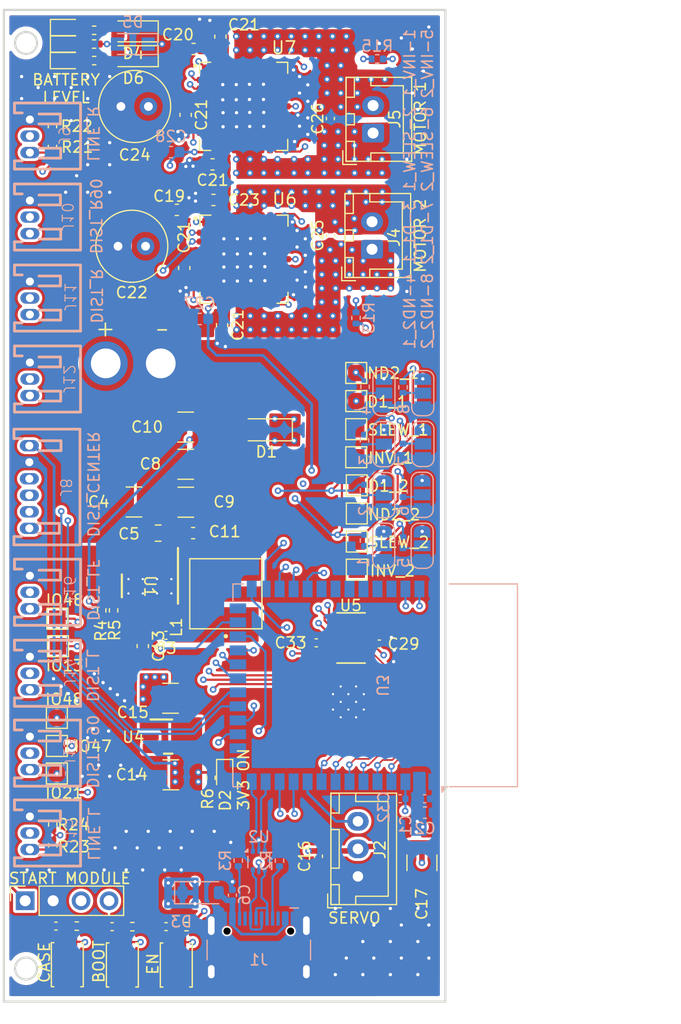
<source format=kicad_pcb>
(kicad_pcb (version 20240108) (generator "pcbnew") (generator_version "8.0")
  (layers (0 "F.Cu" signal) (1 "In1.Cu" signal) (2 "In2.Cu" signal) (31 "B.Cu" signal) (34 "B.Paste" user) (35 "F.Paste" user) (36 "B.SilkS" user "B.Silkscreen") (37 "F.SilkS" user "F.Silkscreen") (38 "B.Mask" user) (39 "F.Mask" user) (44 "Edge.Cuts" user))
  (net 0 "")
  (net 1 "GND")
  (net 2 "/CASE")
  (net 3 "+3V3")
  (net 4 "/D_N")
  (net 5 "/D-")
  (net 6 "/D+")
  (net 7 "/D_P")
  (net 8 "+5V")
  (net 9 "/ESP_EN")
  (net 10 "/ESP_BOOT")
  (net 11 "+BATT")
  (net 12 "/DISTANCE_L_OUT")
  (net 13 "/DISTANCE_LF_OUT")
  (net 14 "/DISTANCE_R90")
  (net 15 "/DISTANCE_L90")
  (net 16 "/DISTANCE_R90_OUT")
  (net 17 "/DISTANCE_L90_OUT")
  (net 18 "/DISTANCE_LF")
  (net 19 "/DISTANCE_RF_OUT")
  (net 20 "/DISTANCE_L")
  (net 21 "/DISTANCE_R_OUT")
  (net 22 "/DISTANCE_RF")
  (net 23 "/DISTANCE_R")
  (net 24 "/SLEW_1")
  (net 25 "/INV_1")
  (net 26 "/SLEW_2")
  (net 27 "/INV_2")
  (net 28 "/D1_1")
  (net 29 "/ND2_1")
  (net 30 "/D1_2")
  (net 31 "/ND2_2")
  (net 33 "Net-(U1-FB)")
  (net 34 "Net-(U1-SW)")
  (net 35 "Net-(U1-VCC)")
  (net 36 "/GPIO12")
  (net 38 "/GPIO13")
  (net 39 "/GPIO37")
  (net 40 "/GPIO1")
  (net 44 "/GPIO10")
  (net 45 "/GPIO8")
  (net 46 "/GPIO38")
  (net 47 "/GPIO21")
  (net 49 "/GPIO11")
  (net 50 "/GPIO14")
  (net 52 "/GPIO17")
  (net 55 "/GPIO35")
  (net 56 "/GPIO18")
  (net 57 "/GPIO36")
  (net 58 "unconnected-(U5-A4-Pad4)")
  (net 64 "Net-(JP1-C)")
  (net 65 "/MOTOR1_B")
  (net 66 "Net-(U6-~{SF})")
  (net 67 "Net-(JP2-C)")
  (net 68 "Net-(JP3-C)")
  (net 69 "Net-(JP4-C)")
  (net 70 "/MOTOR1_A")
  (net 72 "/CCP_1")
  (net 73 "/MOTOR2_A")
  (net 74 "Net-(JP5-C)")
  (net 75 "/MOTOR2_B")
  (net 76 "Net-(JP6-C)")
  (net 77 "/CCP_2")
  (net 78 "Net-(JP7-C)")
  (net 79 "Net-(JP8-C)")
  (net 81 "Net-(U7-~{SF})")
  (net 82 "/DISTANCE_INTR")
  (net 83 "/LINE_RIGHT_OUT")
  (net 84 "/LINE_LEFT_OUT")
  (net 85 "Net-(J1-CC1)")
  (net 86 "Net-(J1-CC2)")
  (net 89 "Net-(D3-A)")
  (net 90 "Net-(D1-A)")
  (net 91 "Net-(U1-BOOT)")
  (net 93 "/GPIO48")
  (net 94 "/GPIO47")
  (net 95 "Net-(D2-A)")
  (net 96 "Net-(D4-A)")
  (net 97 "Net-(D5-A)")
  (net 98 "Net-(D6-A)")
  (net 99 "Net-(D7-A)")
  (net 100 "Net-(D8-A)")
  (net 101 "Net-(D9-A)")
  (footprint "Capacitor_SMD:C_0402_1005Metric" (layer "F.Cu") (at 125.12 131.65)
    (property "Reference" "C7" (hide yes))
    (property "Value" "0.1uF")
  )
  (footprint "Resistor_SMD:R_0402_1005Metric" (layer "F.Cu") (at 122.06 131.65 180)
    (property "Reference" "R7" (hide yes))
    (property "Value" "10k")
  )
  (footprint "Capacitor_SMD:C_1210_3225Metric" (layer "F.Cu") (at 125.554999 117.870001)
    (property "Reference" "C14")
    (property "Value" "10uF")
  )
  (footprint "Resistor_SMD:R_0402_1005Metric" (layer "F.Cu") (at 114.83 122.37 -90)
    (property "Reference" "R24")
    (property "Value" "3.3k")
  )
  (footprint "TestPoint:TestPoint_Pad_1.5x1.5mm" (layer "F.Cu") (at 115.25 103.7 -90)
    (property "Reference" "TP3" (hide yes))
    (property "Value" "GPIO48")
  )
  (footprint "Capacitor_SMD:C_1210_3225Metric" (layer "F.Cu") (at 126.905 86.31)
    (property "Reference" "C10")
    (property "Value" "47uF")
  )
  (footprint "Resistor_SMD:R_0402_1005Metric" (layer "F.Cu") (at 118.5775 51.55 180)
    (property "Reference" "R18" (hide yes))
    (property "Value" "300")
  )
  (footprint "TestPoint:TestPoint_Pad_1.5x1.5mm" (layer "F.Cu") (at 142.4 89.05)
    (property "Reference" "TP7" (hide yes))
    (property "Value" "INV_1")
  )
  (footprint "TestPoint:TestPoint_Pad_1.5x1.5mm" (layer "F.Cu") (at 142.4 81.4)
    (property "Reference" "TP9" (hide yes))
    (property "Value" "D2_1")
  )
  (footprint "Capacitor_SMD:C_0402_1005Metric" (layer "F.Cu") (at 138.77 105.89 180)
    (property "Reference" "C33")
    (property "Value" "0.1uF")
  )
  (footprint "footprints:SW_TS-1088-AR02016" (layer "F.Cu") (at 126.05 135.13 90)
    (property "Reference" "SW1" (hide yes))
    (property "Value" "RESET")
  )
  (footprint "TestPoint:TestPoint_Pad_1.5x1.5mm" (layer "F.Cu") (at 115.2 117.75 90)
    (property "Reference" "TP4" (hide yes))
    (property "Value" "GPIO21")
  )
  (footprint "Resistor_SMD:R_0402_1005Metric" (layer "F.Cu") (at 129.2 118.1375 -90)
    (property "Reference" "R6")
    (property "Value" "68")
  )
  (footprint "footprints:QFN80P800X800X220-33N" (layer "F.Cu") (at 132.2 71.075)
    (property "Reference" "U6")
    (property "Value" "MC33926PNB")
  )
  (footprint "TestPoint:TestPoint_Pad_1.5x1.5mm" (layer "F.Cu") (at 115.3 106.2 -90)
    (property "Reference" "TP1" (hide yes))
    (property "Value" "GPIO13")
  )
  (footprint "Capacitor_SMD:C_0402_1005Metric" (layer "F.Cu") (at 115.12 131.6 180)
    (property "Reference" "C18" (hide yes))
    (property "Value" "0.1uF")
  )
  (footprint "TestPoint:TestPoint_Pad_1.5x1.5mm" (layer "F.Cu") (at 115.2 115.25 90)
    (property "Reference" "TP2" (hide yes))
    (property "Value" "GPIO47")
  )
  (footprint "Capacitor_SMD:C_0603_1608Metric" (layer "F.Cu") (at 126.1 66.6)
    (property "Reference" "C19")
    (property "Value" "33nF")
  )
  (footprint "Resistor_SMD:R_0402_1005Metric" (layer "F.Cu") (at 118.5875 50.3 180)
    (property "Reference" "R17" (hide yes))
    (property "Value" "412")
  )
  (footprint "Capacitor_THT:C_Radial_D6.3mm_H11.0mm_P2.50mm" (layer "F.Cu") (at 123.26 69.9 180)
    (property "Reference" "C22")
    (property "Value" "100uF" (hide yes))
  )
  (footprint "Capacitor_SMD:C_1210_3225Metric" (layer "F.Cu") (at 122.205 93.11)
    (property "Reference" "C4")
    (property "Value" "10uF" (hide yes))
  )
  (footprint "footprints:DDA0008J" (layer "F.Cu") (at 123.655 100.76 -90)
    (property "Reference" "U1")
    (property "Value" "LMR33630ADDAR" (hide yes))
  )
  (footprint "Resistor_SMD:R_0402_1005Metric" (layer "F.Cu") (at 118.5875 53.05 180)
    (property "Reference" "R25" (hide yes))
    (property "Value" "200")
  )
  (footprint "Capacitor_SMD:C_0603_1608Metric" (layer "F.Cu") (at 126.775 71.875 -90)
    (property "Reference" "C21")
    (property "Value" "100nF")
  )
  (footprint "Capacitor_SMD:C_0603_1608Metric" (layer "F.Cu") (at 127.58 95.935)
    (property "Reference" "C11")
    (property "Value" "100nF")
  )
  (footprint "Capacitor_SMD:C_0402_1005Metric" (layer "F.Cu") (at 144.5 106)
    (property "Reference" "C29")
    (property "Value" "0.1uF")
  )
  (footprint "TestPoint:TestPoint_Pad_1.5x1.5mm" (layer "F.Cu") (at 142.45 99.25)
    (property "Reference" "TP11" (hide yes))
    (property "Value" "INV_2")
  )
  (footprint "footprints:SW_TS-1088-AR02016" (layer "F.Cu") (at 121.15 135.125 90)
    (property "Reference" "SW5" (hide yes))
    (property "Value" "BOOT")
  )
  (footprint "TestPoint:TestPoint_Pad_1.5x1.5mm" (layer "F.Cu") (at 142.45 91.6)
    (property "Reference" "TP12" (hide yes))
    (property "Value" "D1_2")
  )
  (footprint "TestPoint:TestPoint_Pad_1.5x1.5mm" (layer "F.Cu") (at 142.4 83.95)
    (property "Reference" "TP8" (hide yes))
    (property "Value" "D1_1")
  )
  (footprint "TestPoint:TestPoint_Pad_1.5x1.5mm" (layer "F.Cu") (at 142.4 86.5)
    (property "Reference" "TP6" (hide yes))
    (property "Value" "SLEW_1")
  )
  (footprint "Connector_AMASS:AMASS_XT30U-F_1x02_P5.0mm_Vertical" (layer "F.Cu") (at 124.64 80.53 180)
    (property "Reference" "J6" (hide yes))
    (property "Value" "BATT_IN")
  )
  (footprint "Capacitor_SMD:C_1210_3225Metric" (layer "F.Cu") (at 148.37 125.855 -90)
    (property "Reference" "C17")
    (property "Value" "10uF")
  )
  (footprint "TestPoint:TestPoint_Pad_1.5x1.5mm" (layer "F.Cu") (at 142.45 96.7)
    (property "Reference" "TP10" (hide yes))
    (property "Value" "SLEW_2")
  )
  (footprint "Connector_JST:JST_XH_B2B-XH-A_1x02_P2.50mm_Vertical" (layer "F.Cu") (at 143.835 70.175 90)
    (property "Reference" "J4")
    (property "Value" "MOTOR1")
  )
  (footprint "Diode_SMD:Nexperia_CFP3_SOD-123W" (layer "F.Cu") (at 122.15 50.4 180)
    (property "Reference" "D4")
    (property "Value" "10V")
  )
  (footprint "Capacitor_SMD:C_0402_1005Metric" (layer "F.Cu") (at 138.97 125.26 -90)
    (property "Reference" "C16")
    (property "Value" "0.1uF")
  )
  (footprint "" (layer "F.Cu") (at 115.2 112.7)
    (property "Reference" "")
    (property "Value" "")
  )
  (footprint "footprints:QFN80P800X800X220-33N" (layer "F.Cu") (at 132.175 57.205)
    (property "Reference" "U7")
    (property "Value" "MC33926PNB")
  )
  (footprint "Resistor_SMD:R_0402_1005Metric" (layer "F.Cu") (at 120.355 102.945 -90)
    (property "Reference" "R5")
    (property "Value" "22.1k")
  )
  (footprint "Capacitor_SMD:C_0603_1608Metric" (layer "F.Cu") (at 130.215 77.06 -90)
    (property "Reference" "C21")
    (property "Value" "100nF")
  )
  (footprint "Capacitor_SMD:C_0603_1608Metric" (layer "F.Cu") (at 130.06 50.875 90)
    (property "Reference" "C21")
    (property "Value" "100nF")
  )
  (footprint "footprints:DBV0005A_N" (layer "F.Cu") (at 125.329999 114.400001)
    (property "Reference" "U4")
    (property "Value" "TLV75730PDBVR")
  )
  (footprint "Capacitor_SMD:C_1210_3225Metric" (layer "F.Cu") (at 125.524999 110.920001 180)
    (property "Reference" "C15")
    (property "Value" "10uF")
  )
  (footprint "Capacitor_SMD:C_0603_1608Metric" (layer "F.Cu") (at 127.625 52)
    (property "Reference" "C20")
    (property "Value" "33nF")
  )
  (footprint "Capacitor_SMD:C_0603_1608Metric" (layer "F.Cu") (at 129.425 65.7 180)
    (property "Reference" "C23")
    (property "Value" "100nF")
  )
  (footprint "Resistor_SMD:R_0402_1005Metric" (layer "F.Cu") (at 114.8 60.89 -90)
    (property "Reference" "R21")
    (property "Value" "2k")
  )
  (footprint "Resistor_SMD:R_0402_1005Metric" (layer "F.Cu") (at 119.28 102.945 90)
    (property "Reference" "R4")
    (property "Value" "100k")
  )
  (footprint "Capacitor_SMD:C_0805_2012Metric" (layer "F.Cu") (at 124.405 95.935)
    (property "Reference" "C5")
    (property "Value" "220nF")
  )
  (footprint "TestPoint:TestPoint_Pad_1.5x1.5mm" (layer "F.Cu") (at 142.45 94.15)
    (property "Reference" "TP13" (hide yes))
    (property "Value" "D2_2")
  )
  (footprint "Resistor_SMD:R_0402_1005Metric" (layer "F.Cu") (at 126.97 131.65 180)
    (property "Reference" "R1" (hide yes))
    (property "Value" "10k")
  )
  (footprint "LED_SMD:LED_0603_1608Metric" (layer "F.Cu") (at 116.1 50.05)
    (property "Reference" "D7" (hide yes))
    (property "Value" "2Vf, 20mA, RED")
  )
  (footprint "Capacitor_SMD:C_1210_3225Metric" (layer "F.Cu") (at 126.905 89.685)
    (property "Reference" "C8")
    (property "Value" "47uF")
  )
  (footprint "LED_SMD:LED_0603_1608Metric" (layer "F.Cu") (at 130.45 117.9625 -90)
    (property "Reference" "D2")
    (property "Value" "2Vf, 20mA, RED")
  )
  (footprint "Capacitor_SMD:C_0402_1005Metric" (layer "F.Cu") (at 125.105001 105.210001 180)
    (property "Reference" "C3")
    (property "Value" "0.1uF")
  )
  (footprint "Capacitor_THT:C_Radial_D6.3mm_H11.0mm_P2.50mm" (layer "F.Cu") (at 123.52 57.215 180)
    (property "Reference" "C24")
    (property "Value" "100uF")
  )
  (footprint "Capacitor_SMD:C_0603_1608Metric" (layer "F.Cu") (at 126.9 57.975 -90)
    (property "Reference" "C21")
    (property "Value" "100nF")
  )
  (footprint "footprints:SW_TS-1088-AR02016" (layer "F.Cu") (at 116.15 135.1 90)
    (property "Reference" "SW2" (hide yes))
    (property "Value" "CASE")
  )
  (footprint "Diode_SMD:Nexperia_CFP3_SOD-123W" (layer "F.Cu") (at 122.15 52.65 180)
    (property "Reference" "D6")
    (property "Value" "6V")
  )
  (footprint "Connector_JST:JST_XH_B3B-XH-A_1x03_P2.50mm_Vertical" (layer "F.Cu") (at 142.555 127.09 90)
    (property "Reference" "J2")
    (property "Value" "SERVO")
  )
  (footprint "Resistor_SMD:R_0402_1005Metric" (layer "F.Cu") (at 114.83 124.27 -90)
    (property "Reference" "R23")
    (property "Value" "2k")
  )
  (footprint "footprints:DQS20_TEX" (layer "F.Cu") (at 141.930001 105.450001 180)
    (property "Reference" "U5")
    (property "Value" "TXS0108ERGYR")
  )
  (footprint "TestPoint:TestPoint_Pad_1.5x1.5mm" (layer "F.Cu") (at 115.2 112.7 90)
    (property "Reference" "TP5" (hide yes))
    (property "Value" "GPIO14")
  )
  (footprint "Capacitor_SMD:C_0603_1608Metric" (layer "F.Cu") (at 129.345 62.47 180)
    (property "Reference" "C21")
    (property "Value" "100nF")
  )
  (footprint "Capacitor_SMD:C_0603_1608Metric" (layer "F.Cu") (at 123.005001 106.185001 -90)
    (property "Reference" "C13")
    (property "Value" "1uF")
  )
  (footprint "Capacitor_SMD:C_1210_3225Metric" (layer "F.Cu") (at 126.917812 93.129793)
    (property "Reference" "C9")
    (property "Value" "47uF")
  )
  (footprint "Capacitor_SMD:C_0402_1005Metric" (layer "F.Cu") (at 120.22 131.65)
    (property "Reference" "C12" (hide yes))
    (property "Value" "0.1uF")
  )
  (footprint "LED_SMD:LED_0603_1608Metric" (layer "F.Cu") (at 116.0875 53.05)
    (property "Reference" "D9" (hide yes))
    (property "Value" "2Vf, 20mA, RED")
  )
  (footprint "Connector_PinSocket_2.54mm:PinSocket_1x04_P2.54mm_Vertical" (layer "F.Cu") (at 112.32 129.3 90)
    (property "Reference" "J3" (hide yes))
    (property "Value" "START_MODULE")
  )
  (footprint "Capacitor_SMD:C_0402_1005Metric" (layer "F.Cu") (at 140.055 58.31 90)
    (property "Reference" "C26")
    (property "Value" "0.1uF")
  )
  (footprint "LED_SMD:LED_0603_1608Metric" (layer "F.Cu") (at 116.1 51.55)
    (property "Reference" "D8" (hide yes))
    (property "Value" "2Vf, 20mA, RED")
  )
  (footprint "Capacitor_SMD:C_0402_1005Metric" (layer "F.Cu") (at 140.06 68.925 90)
    (property "Reference" "C25")
    (property "Value" "0.1uF")
  )
  (footprint "Diode_SMD:D_SOD-123" (layer "F.Cu") (at 134.2375 86.56 180)
    (property "Reference" "D1")
    (property "Value" "D_Schottky_Small")
  )
  (footprint "Resistor_SMD:R_0402_1005Metric" (layer "F.Cu") (at 117.01 131.6 180)
    (property "Reference" "R8" (hide yes))
    (property "Value" "5k")
  )
  (footprint "footprints:IND_XAL6060-103MEC" (layer "F.Cu") (at 130.555 101.44 90)
    (property "Reference" "L1")
    (property "Value" "10uH, 27mOhm")
  )
  (footprint "Resistor_SMD:R_0402_1005Metric" (layer "F.Cu") (at 114.8 58.99 -90)
    (property "Reference" "R22")
    (property "Value" "3.3k")
  )
  (footprint "Connector_JST:JST_XH_B2B-XH-A_1x02_P2.50mm_Vertical" (layer "F.Cu") (at 143.93 59.63 90)
    (property "Reference" "J5")
    (property "Value" "MOTOR2")
  )
  (footprint "footprints:CONN-TH_S3B-ZR-3.4-LF-SN" (layer "B.Cu") (at 115.95 67.25 -90)
    (property "Reference" "J10")
    (property "Value" "DISTANCE_R90")
  )
  (footprint "Resistor_SMD:R_0402_1005Metric" (layer "B.Cu") (at 135.43 125.66 -90)
    (property "Reference" "R2")
    (property "Value" "5k1")
  )
  (footprint "footprints:CONN-TH_S6B-ZR-3.4-LF-SN" (layer "B.Cu") (at 115.9 91.75 -90)
    (property "Reference" "J8")
    (property "Value" "DISTANCE_CENTER")
  )
  (footprint "Capacitor_SMD:C_0402_1005Metric" (layer "B.Cu") (at 148.62 120.04)
    (property "Reference" "C1")
    (property "Value" "0.1uF")
  )
  (footprint "Connector_USB:USB_C_Receptacle_HCTL_HC-TYPE-C-16P-01A" (layer "B.Cu") (at 133.55 134.66 180)
    (property "Reference" "J1")
    (property "Value" "USB_C Connector")
  )
  (footprint "footprints:CONN-TH_S3B-ZR-3.4-LF-SN" (layer "B.Cu") (at 115.95 74.6 -90)
    (property "Reference" "J11")
    (property "Value" "DISTANCE_R")
  )
  (footprint "Jumper:SolderJumper-3_P1.3mm_Open_RoundedPad1.0x1.5mm_NumberLabels" (layer "B.Cu") (at 144.91 87.86 90)
    (property "Reference" "JP5" (hide yes))
    (property "Value" "SolderJumper_3_Open")
  )
  (footprint "Resistor_SMD:R_0402_1005Metric" (layer "B.Cu") (at 146.65 87.3 -90)
    (property "Reference" "R16" (hide yes))
    (property "Value" "1k")
  )
  (footprint "Resistor_SMD:R_0402_1005Metric" (layer "B.Cu") (at 144.31 52.9 180)
    (property "Reference" "R15")
    (property "Value" "10k")
  )
  (footprint "Diode_SMD:D_SOD-123" (layer "B.Cu") (at 128.2625 128.57)
    (property "Reference" "D3")
    (property "Value" "D_Schottky_Small")
  )
  (footprint "Resistor_SMD:R_0402_1005Metric" (layer "B.Cu") (at 143.15 87.51 -90)
    (property "Reference" "R14" (hide yes))
    (property "Value" "1k")
  )
  (footprint "footprints:CONN-TH_S3B-ZR-3.4-LF-SN" (layer "B.Cu") (at 115.95 123.15 -90)
    (property "Reference" "J15")
    (property "Value" "LINE_LEFT")
  )
  (footprint "Resistor_SMD:R_0402_1005Metric" (layer "B.Cu") (at 146.65 82.7 -90)
    (property "Reference" "R20" (hide yes))
    (property "Value" "1k")
  )
  (footprint "Resistor_SMD:R_0402_1005Metric" (layer "B.Cu") (at 146.65 92.15 -90)
    (property "Reference" "R10" (hide yes))
    (property "Value" "1k")
  )
  (footprint "Package_TO_SOT_SMD:SOT-666" (layer "B.Cu") (at 133.55 125.65 -90)
    (property "Reference" "U2")
    (property "Value" "USBLC6-2P6")
  )
  (footprint "Diode_SMD:Nexperia_CFP3_SOD-123W" (layer "B.Cu") (at 122.1 51.55 180)
    (property "Reference" "D5")
    (property "Value" "8.2V")
  )
  (footprint "Jumper:SolderJumper-3_P1.3mm_Open_RoundedPad1.0x1.5mm_NumberLabels" (layer "B.Cu") (at 148.39 97.08 90)
    (property "Reference" "JP4" (hide yes))
    (property "Value" "SolderJumper_3_Open")
  )
  (footprint "Jumper:SolderJumper-3_P1.3mm_Open_RoundedPad1.0x1.5mm_NumberLabels" (layer "B.Cu") (at 144.92 83.22 90)
    (property "Reference" "JP7" (hide yes))
    (property "Value" "SolderJumper_3_Open")
  )
  (footprint "footprints:CONN-TH_S3B-ZR-3.4-LF-SN" (layer "B.Cu") (at 115.95 81.95 -90)
    (property "Reference" "J12")
    (property "Value" "DISTANCE_RF")
  )
  (footprint "Resistor_SMD:R_0402_1005Metric" (layer "B.Cu") (at 146.65 96.8 -90)
    (property "Reference" "R12" (hide yes))
    (property "Value" "1k")
  )
  (footprint "footprints:CONN-TH_S3B-ZR-3.4-LF-SN" (layer "B.Cu") (at 115.95 115.9 -90)
    (property "Reference" "J13")
    (property "Value" "DISTANCE_L90")
  )
  (footprint "Jumper:SolderJumper-3_P1.3mm_Open_RoundedPad1.0x1.5mm_NumberLabels" (layer "B.Cu") (at 144.9 92.48 90)
    (property "Reference" "JP1" (hide yes))
    (property "Value" "SolderJumper_3_Open")
  )
  (footprint "Jumper:SolderJumper-3_P1.3mm_Open_RoundedPad1.0x1.5mm_NumberLabels" (layer "B.Cu") (at 148.46 87.84 90)
    (property "Reference" "JP6" (hide yes))
    (property "Value" "SolderJumper_3_Open")
  )
  (footprint "Capacitor_SMD:C_0603_1608Metric" (layer "B.Cu") (at 128.175 76.5 180)
    (property "Reference" "C27")
    (property "Value" "100nF")
  )
  (footprint "Jumper:SolderJumper-3_P1.3mm_Open_RoundedPad1.0x1.5mm_NumberLabels" (layer "B.Cu") (at 144.9 97.08 90)
    (property "Reference" "JP3" (hide yes))
    (property "Value" "SolderJumper_3_Open")
  )
  (footprint "footprints:CONN-TH_S3B-ZR-3.4-LF-SN" (layer "B.Cu") (at 115.95 108.65 -90)
    (property "Reference" "J14")
    (property "Value" "DISTANCE_L")
  )
  (footprint "Capacitor_SMD:C_0603_1608Metric" (layer "B.Cu") (at 125.571351 61.355026 180)
    (property "Reference" "C28")
    (property "Value" "100nF")
  )
  (footprint "Resistor_SMD:R_0402_1005Metric" (layer "B.Cu") (at 143.15 96.6 -90)
    (property "Reference" "R11" (hide yes))
    (property "Value" "1k")
  )
  (footprint "Resistor_SMD:R_0402_1005Metric" (layer "B.Cu") (at 143.15 92.05 -90)
    (property "Reference" "R9" (hide yes))
    (property "Value" "1k")
  )
  (footprint "Capacitor_SMD:C_0402_1005Metric" (layer "B.Cu") (at 146.39 120.04)
    (property "Reference" "C32")
    (property "Value" "1uF")
  )
  (footprint "Jumper:SolderJumper-3_P1.3mm_Open_RoundedPad1.0x1.5mm_NumberLabels" (layer "B.Cu") (at 148.45 83.23 90)
    (property "Reference" "JP8" (hide yes))
    (property "Value" "SolderJumper_3_Open")
  )
  (footprint "Resistor_SMD:R_0402_1005Metric" (layer "B.Cu") (at 143.2 82.66 -90)
    (property "Reference" "R19" (hide yes))
    (property "Value" "1k")
  )
  (footprint "Capacitor_SMD:C_0603_1608Metric" (layer "B.Cu") (at 148.65 121.3)
    (property "Reference" "C2")
    (property "Value" "10uF")
  )
  (footprint "Capacitor_SMD:C_0402_1005Metric" (layer "B.Cu") (at 131.15 128.79 90)
    (property "Reference" "C6")
    (property "Value" "0.1uF")
  )
  (footprint "footprints:CONN-TH_S3B-ZR-3.4-LF-SN" (layer "B.Cu") (at 115.95 101.3 -90)
    (property "Reference" "J16")
    (property "Value" "DISTANCE_LF")
  )
  (footprint "footprints:CONN-TH_S3B-ZR-3.4-LF-SN" (layer "B.Cu") (at 115.95 59.9 -90)
    (property "Reference" "J9")
    (property "Value" "LINE_RIGHT")
  )
  (footprint "Resistor_SMD:R_0402_1005Metric" (layer "B.Cu") (at 142.381398 76.408228 90)
    (property "Reference" "R13")
    (property "Value" "10k")
  )
  (footprint "RF_Module:ESP32-S3-WROOM-1" (layer "B.Cu") (at 144.15 109.75 90)
    (property "Reference" "U3")
    (property "Value" "ESP32-S3-WROOM-1")
  )
  (footprint "Jumper:SolderJumper-3_P1.3mm_Open_RoundedPad1.0x1.5mm_NumberLabels" (layer "B.Cu") (at 148.39 92.46 90)
    (property "Reference" "JP2" (hide yes))
    (property "Value" "SolderJumper_3_Open")
  )
  (footprint "Resistor_SMD:R_0402_1005Metric" (layer "B.Cu") (at 131.68 125.645 -90)
    (property "Reference" "R3")
    (property "Value" "5k1")
  )
  (gr_line (start 110.384377 138.45) (end 150.5 138.45) (stroke (width 0.2)) (layer "Edge.Cuts"))
  (gr_line (start 110.384377 48.45) (end 110.384377 138.45) (stroke (width 0.2)) (layer "Edge.Cuts"))
  (gr_line (start 150.5 48.45) (end 110.384377 48.45) (stroke (width 0.2)) (layer "Edge.Cuts"))
  (gr_circle (center 112.400377 135.45) (end 111.400377 135.45) (stroke (width 0.2)) (fill none) (layer "Edge.Cuts"))
  (gr_circle (center 112.400377 51.45) (end 111.400377 51.45) (stroke (width 0.2)) (fill none) (layer "Edge.Cuts"))
  (gr_line (start 150.5 138.45) (end 150.5 48.45) (stroke (width 0.2)) (layer "Edge.Cuts"))
  (gr_text "1-INV_1 2-SLEW_1 3-D1_1 4-ND2_1\n5-INV_2 6-SLEW_2 7-D1_2 8-ND2_2\n" (at 149.45 50.1 90) (layer "B.SilkS") (effects (font (size 1 1)) (justify left bottom mirror)))
  (gr_text "DIST_L" (at 117.85 111.35 270) (layer "B.SilkS") (effects (font (size 1 1)) (justify left bottom mirror)))
  (gr_text "DIST_R" (at 118.2 77 270) (layer "B.SilkS") (effects (font (size 1 1)) (justify left bottom mirror)))
  (gr_text "5" (at 147.3 98.05 90) (layer "B.SilkS") (effects (font (size 1 1)) (justify left bottom mirror)))
  (gr_text "2" (at 143.75 93.35 90) (layer "B.SilkS") (effects (font (size 1 1)) (justify left bottom mirror)))
  (gr_text "6" (at 147.25 93.35 90) (layer "B.SilkS") (effects (font (size 1 1)) (justify left bottom mirror)))
  (gr_text "LINE_R" (at 117.9 62.3 270) (layer "B.SilkS") (effects (font (size 1 1)) (justify left bottom mirror)))
  (gr_text "LINE_L" (at 117.95 125.75 270) (layer "B.SilkS") (effects (font (size 1 1)) (justify left bottom mirror)))
  (gr_text "DIST_LF" (at 117.9 104 270) (layer "B.SilkS") (effects (font (size 1 1)) (justify left bottom mirror)))
  (gr_text "DIST_R90" (at 118.15 70.7 270) (layer "B.SilkS") (effects (font (size 1 1)) (justify left bottom mirror)))
  (gr_text "7" (at 147.35 88.8 90) (layer "B.SilkS") (effects (font (size 1 1)) (justify left bottom mirror)))
  (gr_text "DIST_L90\n" (at 117.85 119.2 270) (layer "B.SilkS") (effects (font (size 1 1)) (justify left bottom mirror)))
  (gr_text "3" (at 143.8 88.75 90) (layer "B.SilkS") (effects (font (size 1 1)) (justify left bottom mirror)))
  (gr_text "8" (at 147.3 84.1 90) (layer "B.SilkS") (effects (font (size 1 1)) (justify left bottom mirror)))
  (gr_text "4" (at 143.8 84.2 90) (layer "B.SilkS") (effects (font (size 1 1)) (justify left bottom mirror)))
  (gr_text "DIST_CENTER" (at 117.9 96.4 270) (layer "B.SilkS") (effects (font (size 1 1)) (justify left bottom mirror)))
  (gr_text "IO21" (at 114.05 120.1 0) (layer "F.SilkS") (effects (font (size 1 1)) (justify left bottom)))
  (gr_text "INV_1" (at 143.4 89.7 0) (layer "F.SilkS") (effects (font (size 1 1)) (justify left bottom)))
  (gr_text "D1_2" (at 143.4 92.25 0) (layer "F.SilkS") (effects (font (size 1 1)) (justify left bottom)))
  (gr_text "IO47" (at 116.66 115.86 0) (layer "F.SilkS") (effects (font (size 1 1)) (justify left bottom)))
  (gr_text "D1_1\n" (at 143.3 84.6 0) (layer "F.SilkS") (effects (font (size 1 1)) (justify left bottom)))
  (gr_text "SLEW_2" (at 143.4 97.35 0) (layer "F.SilkS") (effects (font (size 1 1)) (justify left bottom)))
  (gr_text "CASE" (at 114.65 136.85 90) (layer "F.SilkS") (effects (font (size 1 1)) (justify left bottom)))
  (gr_text "EN" (at 124.5 136.1 90) (layer "F.SilkS") (effects (font (size 1 1)) (justify left bottom)))
  (gr_text "MOTOR 2" (at 148.8 72.4 90) (layer "F.SilkS") (effects (font (size 1 1)) (justify left bottom)))
  (gr_text "BOOT" (at 119.6 136.85 90) (layer "F.SilkS") (effects (font (size 1 1)) (justify left bottom)))
  (gr_text "SLEW_1" (at 143.35 87.15 0) (layer "F.SilkS") (effects (font (size 1 1)) (justify left bottom)))
  (gr_text "INV_2" (at 143.55 99.95 0) (layer "F.SilkS") (effects (font (size 1 1)) (justify left bottom)))
  (gr_text "IO48" (at 114.1 102.6 0) (layer "F.SilkS") (effects (font (size 1 1)) (justify left bottom)))
  (gr_text "-" (at 124.05 78 0) (layer "F.SilkS") (effects (font (size 1 1)) (justify left bottom)))
  (gr_text "3V3 ON" (at 132.75 121.19 90) (layer "F.SilkS") (effects (font (size 1 1)) (justify left bottom)))
  (gr_text "IO13" (at 114.1 108.55 0) (layer "F.SilkS") (effects (font (size 1 1)) (justify left bottom)))
  (gr_text "START MODULE" (at 110.75 127.85 0) (layer "F.SilkS") (effects (font (size 1 1)) (justify left bottom)))
  (gr_text "IO48" (at 114.05 111.6 0) (layer "F.SilkS") (effects (font (size 1 1)) (justify left bottom)))
  (gr_text "BATTERY\nLEVEL" (at 116.05 56.99 0) (layer "F.SilkS") (effects (font (size 1 1)) (justify bottom)))
  (gr_text "MOTOR 1" (at 148.8 61.75 90) (layer "F.SilkS") (effects (font (size 1 1)) (justify left bottom)))
  (gr_text "ND2_1" (at 143.3 82 0) (layer "F.SilkS") (effects (font (size 1 1)) (justify left bottom)))
  (gr_text "SERVO\n" (at 139.75 131.45 0) (layer "F.SilkS") (effects (font (size 1 1)) (justify left bottom)))
  (gr_text "ND2_2" (at 143.4 94.85 0) (layer "F.SilkS") (effects (font (size 1 1)) (justify left bottom)))
  (segment (start 149.05 137.1) (end 149.15 137.2) (width 0.15) (layer "F.Cu") (net 0))
  (segment (start 147.8 137.35) (end 147.7 137.45) (width 0.15) (layer "F.Cu") (net 0))
  (segment (start 147.7 137.45) (end 147.45 137.7) (width 0.15) (layer "F.Cu") (net 0))
  (segment (start 146.45 137.4) (end 146.75 137.1) (width 0.15) (layer "F.Cu") (net 0))
  (segment (start 145.15 137.1) (end 144.55 137.7) (width 0.15) (layer "F.Cu") (net 0))
  (segment (start 149.05 137.45) (end 148.8 137.7) (width 0.15) (layer "F.Cu") (net 0))
  (segment (start 144.55 137.7) (end 145.15 137.7) (width 0.15) (layer "F.Cu") (net 0))
  (segment (start 149.7 137.35) (end 149.8 137.45) (width 0.15) (layer "F.Cu") (net 0))
  (segment (start 146.15 137.1) (end 146.15 137.7) (width 0.15) (layer "F.Cu") (net 0))
  (segment (start 145.45 137.1) (end 145.85 137.1) (width 0.15) (layer "F.Cu") (net 0))
  (segment (start 148.8 137.7) (end 149.15 137.7) (width 0.15) (layer "F.Cu") (net 0))
  (segment (start 147.45 137.2) (end 147.55 137.1) (width 0.15) (layer "F.Cu") (net 0))
  (segment (start 149.8 137.6) (end 149.7 137.7) (width 0.15) (layer "F.Cu") (net 0))
  (segment (start 145.45 137.4) (end 145.45 137.7) (width 0.15) (layer "F.Cu") (net 0))
  (segment (start 145.15 137.1) (end 144.55 137.1) (width 0.15) (layer "F.Cu") (net 0))
  (segment (start 149.15 137.35) (end 149.05 137.45) (width 0.15) (layer "F.Cu") (net 0))
  (segment (start 148.1 137.65) (end 148.1 137.15) (width 0.15) (layer "F.Cu") (net 0))
  (segment (start 149.15 137.2) (end 149.15 137.35) (width 0.15) (layer "F.Cu") (net 0))
  (segment (start 149.8 137.45) (end 149.8 137.55) (width 0.15) (layer "F.Cu") (net 0))
  (segment (start 146.75 137.1) (end 146.75 137.7) (width 0.15) (layer "F.Cu") (net 0))
  (segment (start 148.5 137.65) (end 148.45 137.7) (width 0.15) (layer "F.Cu") (net 0))
  (segment (start 147.55 137.1) (end 147.7 137.1) (width 0.15) (layer "F.Cu") (net 0))
  (segment (start 148.8 137.2) (end 148.9 137.1) (width 0.15) (layer "F.Cu") (net 0))
  (segment (start 145.45 137.1) (end 145.45 137.4) (width 0.15) (layer "F.Cu") (net 0))
  (segment (start 146.15 137.1) (end 146.45 137.4) (width 0.15) (layer "F.Cu") (net 0))
  (segment (start 148.9 137.1) (end 149.05 137.1) (width 0.15) (layer "F.Cu") (net 0))
  (segment (start 148.45 137.1) (end 148.5 137.15) (width 0.15) (layer "F.Cu") (net 0))
  (segment (start 147.8 137.2) (end 147.8 137.35) (width 0.15) (layer "F.Cu") (net 0))
  (segment (start 145.6 137.4) (end 145.7 137.4) (width 0.15) (layer "F.Cu") (net 0))
  (segment (start 149.5 137.1) (end 149.8 137.1) (width 0.15) (layer "F.Cu") (net 0))
  (segment (start 149.8 137.55) (end 149.8 137.6) (width 0.15) (layer "F.Cu") (net 0))
  (segment (start 149.5 137.1) (end 149.5 137.35) (width 0.15) (layer "F.Cu") (net 0))
  (segment (start 147.45 137.7) (end 147.8 137.7) (width 0.15) (layer "F.Cu") (net 0))
  (segment (start 148.8 137.25) (end 148.8 137.2) (width 0.15) (layer "F.Cu") (net 0))
  (segment (start 147.7 137.1) (end 147.8 137.2) (width 0.15) (layer "F.Cu") (net 0))
  (segment (start 149.7 137.7) (end 149.5 137.7) (width 0.15) (layer "F.Cu") (net 0))
  (segment (start 145.45 137.7) (end 145.85 137.7) (width 0.15) (layer "F.Cu") (net 0))
  (segment (start 148.5 137.15) (end 148.5 137.65) (width 0.15) (layer "F.Cu") (net 0))
  (segment (start 148.15 137.1) (end 148.45 137.1) (width 0.15) (layer "F.Cu") (net 0))
  (segment (start 145.45 137.4) (end 145.6 137.4) (width 0.15) (layer "F.Cu") (net 0))
  (segment (start 147.45 137.25) (end 147.45 137.2) (width 0.15) (layer "F.Cu") (net 0))
  (segment (start 148.1 137.15) (end 148.15 137.1) (width 0.15) (layer "F.Cu") (net 0))
  (segment (start 148.45 137.7) (end 148.15 137.7) (width 0.15) (layer "F.Cu") (net 0))
  (segment (start 149.5 137.35) (end 149.7 137.35) (width 0.15) (layer "F.Cu") (net 0))
  (segment (start 126.935 73.65) (end 126.935 72.81) (width 0.5) (layer "F.Cu") (net 1))
  (segment (start 126.595 73.52) (end 126.725 73.65) (width 0.5) (layer "F.Cu") (net 1))
  (segment (start 126.405 73.02) (end 126.775 72.65) (width 0.5) (layer "F.Cu") (net 1))
  (segment (start 127.57 62.42) (end 127.25 62.1) (width 0.5) (layer "F.Cu") (net 1))
  (segment (start 126.9 58.8) (end 126.2 59.5) (width 0.5) (layer "F.Cu") (net 1))
  (segment (start 127.57 62.63) (end 128.41 62.63) (width 0.5) (layer "F.Cu") (net 1))
  (segment (start 127.25 62.33) (end 126.92 62.66) (width 0.5) (layer "F.Cu") (net 1))
  (segment (start 128.65 65.7) (end 127.9 65.7) (width 0.5) (layer "F.Cu") (net 1))
  (segment (start 126.725 73.65) (end 126.405 73.97) (width 0.5) (layer "F.Cu") (net 1))
  (segment (start 128.4 65.7) (end 127.8 65.1) (width 0.5) (layer "F.Cu") (net 1))
  (segment (start 127.9 65.7) (end 127.8 65.8) (width 0.5) (layer "F.Cu") (net 1))
  (segment (start 126.595 72.83) (end 126.595 73.52) (width 0.5) (layer "F.Cu") (net 1))
  (segment (start 127.7 62.29) (end 127.57 62.42) (width 0.5) (layer "F.Cu") (net 1))
  (segment (start 127.54 62.66) (end 127.57 62.63) (width 0.5) (layer "F.Cu") (net 1))
  (segment (start 126.9 59.6) (end 126.3 60.2) (width 0.5) (layer "F.Cu") (net 1))
  (segment (start 126.6 59.5) (end 126.9 59.8) (width 0.5) (layer "F.Cu") (net 1))
  (segment (start 126.965 74.3) (end 126.965 73.68) (width 0.5) (layer "F.Cu") (net 1))
  (segment (start 126.7 59.8) (end 126.3 60.2) (width 0.5) (layer "F.Cu") (net 1))
  (segment (start 128.39 62.29) (end 127.7 62.29) (width 0.5) (layer "F.Cu") (net 1))
  (segment (start 126.405 73.97) (end 126.635 73.97) (width 0.5) (layer "F.Cu") (net 1))
  (segment (start 126.405 73.97) (end 126.405 73.02) (width 0.5) (layer "F.Cu") (net 1))
  (segment (start 127.6 65.1) (end 127.2 65.5) (width 0.5) (layer "F.Cu") (net 1))
  (segment (start 126.92 62.66) (end 127.54 62.66) (width 0.5) (layer "F.Cu") (net 1))
  (segment (start 138.929999 105.250001) (end 138.29 105.89) (width 0.2) (layer "F.Cu") (net 1))
  (segment (start 126.935 72.81) (end 126.775 72.65) (width 0.5) (layer "F.Cu") (net 1))
  (segment (start 126.9 59.8) (end 126.7 59.8) (width 0.5) (layer "F.Cu") (net 1))
  (segment (start 128.2 62.1) (end 128.57 62.47) (width 0.5) (layer "F.Cu") (net 1))
  (segment (start 126.3 60.2) (end 126.3 59.6) (width 0.5) (layer "F.Cu") (net 1))
  (segment (start 128.65 65.7) (end 128.4 65.7) (width 0.5) (layer "F.Cu") (net 1))
  (segment (start 126.935 73.65) (end 126.725 73.65) (width 0.5) (layer "F.Cu") (net 1))
  (segment (start 127.2 65.5) (end 128.45 65.5) (width 0.5) (layer "F.Cu") (net 1))
  (segment (start 126.2 59.5) (end 126.6 59.5) (width 0.5) (layer "F.Cu") (net 1))
  (segment (start 126.9 58.75) (end 126.9 59.6) (width 0.5) (layer "F.Cu") (net 1))
  (segment (start 126.775 72.65) (end 126.595 72.83) (width 0.5) (layer "F.Cu") (net 1))
  (segment (start 126.9 58.75) (end 126.9 58.8) (width 0.5) (layer "F.Cu") (net 1))
  (segment (start 128.41 62.63) (end 128.57 62.47) (width 0.5) (layer "F.Cu") (net 1))
  (segment (start 126.965 73.68) (end 126.935 73.65) (width 0.5) (layer "F.Cu") (net 1))
  (segment (start 127.57 62.63) (end 127.57 62.42) (width 0.5) (layer "F.Cu") (net 1))
  (segment (start 128.57 62.47) (end 128.39 62.29) (width 0.5) (layer "F.Cu") (net 1))
  (segment (start 127.25 62.1) (end 128.2 62.1) (width 0.5) (layer "F.Cu") (net 1))
  (segment (start 127.25 62.1) (end 127.25 62.33) (width 0.5) (layer "F.Cu") (net 1))
  (segment (start 127.8 65.1) (end 127.6 65.1) (width 0.5) (layer "F.Cu") (net 1))
  (segment (start 141.03 105.250001) (end 138.929999 105.250001) (width 0.2) (layer "F.Cu") (net 1))
  (segment (start 126.635 73.97) (end 126.965 74.3) (width 0.5) (layer "F.Cu") (net 1))
  (segment (start 128.45 65.5) (end 128.65 65.7) (width 0.5) (layer "F.Cu") (net 1))
  (segment (start 126.9 58.75) (end 126.9 59.8) (width 0.5) (layer "F.Cu") (net 1))
  (segment (start 126.3 59.6) (end 126.2 59.5) (width 0.5) (layer "F.Cu") (net 1))
  (via (at 131.16 127.57) (size 0.6) (drill 0.3) (layers "F.Cu" "B.Cu") (net 1))
  (via (at 148 136) (size 0.6) (drill 0.3) (layers "F.Cu" "B.Cu") (net 1))
  (via (at 115 54.5) (size 0.6) (drill 0.3) (layers "F.Cu" "B.Cu") (net 1))
  (via (at 148 57.5) (size 0.6) (drill 0.3) (layers "F.Cu" "B.Cu") (net 1))
  (via (at 147.5 52) (size 0.6) (drill 0.3) (layers "F.Cu" "B.Cu") (net 1))
  (via (at 131.6 69.225) (size 0.6) (drill 0.3) (layers "F.Cu" "B.Cu") (net 1))
  (via (at 116.25 110.5) (size 0.6) (drill 0.3) (layers "F.Cu" "B.Cu") (net 1))
  (via (at 140.5 136) (size 0.6) (drill 0.3) (layers "F.Cu" "B.Cu") (net 1))
  (via (at 137.1 58) (size 0.6) (drill 0.3) (layers "F.Cu" "B.Cu") (net 1))
  (via (at 138 55.25) (size 0.6) (drill 0.3) (layers "F.Cu" "B.Cu") (net 1))
  (via (at 147 62) (size 0.6) (drill 0.3) (layers "F.Cu" "B.Cu") (net 1))
  (via (at 148.5 54) (size 0.6) (drill 0.3) (layers "F.Cu" "B.Cu") (net 1))
  (via (at 120.5 124.5) (size 0.6) (drill 0.3) (layers "F.Cu" "B.Cu") (net 1))
  (via (at 146.5 131.5) (size 0.6) (drill 0.3) (layers "F.Cu" "B.Cu") (net 1))
  (via (at 127.57 62.63) (size 0.6) (drill 0.3) (layers "F.Cu" "B.Cu") (net 1))
  (via (at 117 63.5) (size 0.6) (drill 0.3) (layers "F.Cu" "B.Cu") (net 1))
  (via (at 137.775 69.22) (size 0.6) (drill 0.3) (layers "F.Cu" "B.Cu") (net 1))
  (via (at 121 117) (size 0.6) (drill 0.3) (layers "F.Cu" "B.Cu") (net 1))
  (via (at 128.17 49.3) (size 0.6) (drill 0.3) (layers "F.Cu" "B.Cu") (net 1))
  (via (at 120.05 110.05) (size 0.6) (drill 0.3) (layers "F.Cu" "B.Cu") (net 1))
  (via (at 137.25 56) (size 0.6) (drill 0.3) (layers "F.Cu" "B.Cu") (net 1))
  (via (at 113.5 55.5) (size 0.6) (drill 0.3) (layers "F.Cu" "B.Cu") (net 1))
  (via (at 149 131.5) (size 0.6) (drill 0.3) (layers "F.Cu" "B.Cu") (net 1))
  (via (at 116.5 55.5) (size 0.6) (drill 0.3) (layers "F.Cu" "B.Cu") (net 1))
  (via (at 121.5 123) (size 0.6) (drill 0.3) (layers "F.Cu" "B.Cu") (net 1))
  (via (at 129.1 49.4) (size 0.6) (drill 0.3) (layers "F.Cu" "B.Cu") (net 1))
  (via (at 136.7 74.3) (size 0.6) (drill 0.3) (layers "F.Cu" "B.Cu") (net 1))
  (via (at 120.7 110.6) (size 0.6) (drill 0.3) (layers "F.Cu" "B.Cu") (net 1))
  (via (at 114.9 109.15) (size 0.6) (drill 0.3) (layers "F.Cu" "B.Cu") (net 1))
  (via (at 120 65) (size 0.6) (drill 0.3) (layers "F.Cu" "B.Cu") (net 1))
  (via (at 143 133) (size 0.6) (drill 0.3) (layers "F.Cu" "B.Cu") (net 1))
  (via (at 137.775 70.72) (size 0.6) (drill 0.3) (layers "F.Cu" "B.Cu") (net 1))
  (via (at 147 74) (size 0.6) (drill 0.3) (layers "F.Cu" "B.Cu") (net 1))
  (via (at 134 57.755) (size 0.6) (drill 0.3) (layers "F.Cu" "B.Cu") (net 1))
  (via (at 132.825 71.75) (size 0.6) (drill 0.3) (layers "F.Cu" "B.Cu") (net 1))
  (via (at 114.5 126.5) (size 0.6) (drill 0.3) (layers "F.Cu" "B.Cu") (net 1))
  (via (at 137.8 73.6) (size 0.6) (drill 0.3) (layers "F.Cu" "B.Cu") (net 1))
  (via (at 130.375 69.225) (size 0.6) (drill 0.3) (layers "F.Cu" "B.Cu") (net 1))
  (via (at 134.075 69.2) (size 0.6) (drill 0.3) (layers "F.Cu" "B.Cu") (net 1))
  (via (at 127.8 65.1) (size 0.6) (drill 0.3) (layers "F.Cu" "B.Cu") (net 1))
  (via (at 145.5 130) (size 0.6) (drill 0.3) (layers "F.Cu" "B.Cu") (net 1))
  (via (at 149 50) (size 0.6) (drill 0.3) (layers "F.Cu" "B.Cu") (net 1))
  (via (at 133.975 56.58) (size 0.6) (drill 0.3) (layers "F.Cu" "B.Cu") (net 1))
  (via (at 132.725 57.755) (size 0.6) (drill 0.3) (layers "F.Cu" "B.Cu") (net 1))
  (via (at 119.9 113.9) (size 0.6) (drill 0.3) (layers "F.Cu" "B.Cu") (net 1))
  (via (at 118.51 113.73) (size 0.6) (drill 0.3) (layers "F.Cu" "B.Cu") (net 1))
  (via (at 130.375 70.6) (size 0.6) (drill 0.3) (layers "F.Cu" "B.Cu") (net 1))
  (via (at 133.55 123.79) (size 0.6) (drill 0.3) (layers "F.Cu" "B.Cu") (net 1))
  (via (at 145.6 105.4) (size 0.6) (drill 0.3) (layers "F.Cu" "B.Cu") (net 1))
  (via (at 145.85 106.55) (size 0.6) (drill 0.3) (layers "F.Cu" "B.Cu") (net 1))
  (via (at 129.775 78.72) (size 0.6) (drill 0.3) (layers "F.Cu" "B.Cu") (net 1))
  (via (at 131.6 71.785) (size 0.6) (drill 0.3) (layers "F.Cu" "B.Cu") (net 1))
  (via (at 132.725 59.03) (size 0.6) (drill 0.3) (layers "F.Cu" "B.Cu") (net 1))
  (via (at 126.935 73.65) (size 0.6) (drill 0.3) (layers "F.Cu" "B.Cu") (net 1))
  (via (at 134 59.03) (size 0.6) (drill 0.3) (layers "F.Cu" "B.Cu") (net 1))
  (via (at 112 56.5) (size 0.6) (drill 0.3) (layers "F.Cu" "B.Cu") (net 1))
  (via (at 145.5 133) (size 0.6) (drill 0.3) (layers "F.Cu" "B.Cu") (net 1))
  (via (at 123.5 123) (size 0.6) (drill 0.3) (layers "F.Cu" "B.Cu") (net 1))
  (via (at 126.5 124.5) (size 0.6) (drill 0.3) (layers "F.Cu" "B.Cu") (net 1))
  (via (at 138 58.25) (size 0.6) (drill 0.3) (layers "F.Cu" "B.Cu") (net 1))
  (via (at 118.6 108.7) (size 0.6) (drill 0.3) (layers "F.Cu" "B.Cu") (net 1))
  (via (at 118 54.5) (size 0.6) (drill 0.3) (layers "F.Cu" "B.Cu") (net 1))
  (via (at 122.5 118) (size 0.6) (drill 0.3) (layers "F.Cu" "B.Cu") (net 1))
  (via (at 120 54.5) (size 0.6) (drill 0.3) (layers "F.Cu" "B.Cu") (net 1))
  (via (at 112 54.5) (size 0.6) (drill 0.3) (layers "F.Cu" "B.Cu") (net 1))
  (via (at 126.5 126.5) (size 0.6) (drill 0.3) (layers "F.Cu" "B.Cu") (net 1))
  (via (at 120 118) (size 0.6) (drill 0.3) (layers "F.Cu" "B.Cu") (net 1))
  (via (at 132.7 56.58) (size 0.6) (drill 0.3) (layers "F.Cu" "B.Cu") (net 1))
  (via (at 118 62.5) (size 0.6) (drill 0.3) (layers "F.Cu" "B.Cu") (net 1))
  (via (at 130.275 56.605) (size 0.6) (drill 0.3) (layers "F.Cu" "B.Cu") (net 1))
  (via (at 131.525 59.055) (size 0.6) (drill 0.3) (layers "F.Cu" "B.Cu") (net 1))
  (via (at 134.1 73.025) (size 0.6) (drill 0.3) (layers "F.Cu" "B.Cu") (net 1))
  (via (at 132.825 73.025) (size 0.6) (drill 0.3) (layers "F.Cu" "B.Cu") (net 1))
  (via (at 131.525 57.78) (size 0.6) (drill 0.3) (layers "F.Cu" "B.Cu") (net 1))
  (via (at 127.8 65.8) (size 0.6) (drill 0.3) (layers "F.Cu" "B.Cu") (net 1))
  (via (at 118 60.5) (size 0.6) (drill 0.3) (layers "F.Cu" "B.Cu") (net 1))
  (via (at 136.6 67.7) (size 0.6) (drill 0.3) (layers "F.Cu" "B.Cu") (net 1))
  (via (at 136.7 53.9) (size 0.6) (drill 0.3) (layers "F.Cu" "B.Cu") (net 1))
  (via (at 148 130) (size 0.6) (drill 0.3) (layers "F.Cu" "B.Cu") (net 1))
  (via (at 132.7 55.205) (size 0.6) (drill 0.3) (layers "F.Cu" "B.Cu") (net 1))
  (via (at 117.5 118) (size 0.6) (drill 0.3) (layers "F.Cu" "B.Cu") (net 1))
  (via (at 131 124) (size 0.6) (drill 0.3) (layers "F.Cu" "B.Cu") (net 1))
  (via (at 131.5 56.605) (size 0.6) (drill 0.3) (layers "F.Cu" "B.Cu") (net 1))
  (via (at 126.92 62.66) (size 0.6) (drill 0.3) (layers "F.Cu" "B.Cu") (net 1))
  (via (at 137.25 59) (size 0.6) (drill 0.3) (layers "F.Cu" "B.Cu") (net 1))
  (via (at 118 56.5) (size 0.6) (drill 0.3) (layers "F.Cu" "B.Cu") (net 1))
  (via (at 146.5 134.5) (size 0.6) (drill 0.3) (layers "F.Cu" "B.Cu") (net 1))
  (via (at 141.5 134.5) (size 0.6) (drill 0.3) (layers "F.Cu" "B.Cu") (net 1))
  (via (at 140.5 130) (size 0.6) (drill 0.3) (layers "F.Cu" "B.Cu") (net 1))
  (via (at 119.4 109.5) (size 0.6) (drill 0.3) (layers "F.Cu" "B.Cu") (net 1))
  (via (at 147.5 56) (size 0.6) (drill 0.3) (layers "F.Cu" "B.Cu") (net 1))
  (via (at 116.5 58.5) (size 0.6) (drill 0.3) (layers "F.Cu" "B.Cu") (net 1))
  (via (at 130.275 55.23) (size 0.6) (drill 0.3) (layers "F.Cu" "B.Cu") (net 1))
  (via (at 119.5 126.5) (size 0.6) (drill 0.3) (layers "F.Cu" "B.Cu") (net 1))
  (via (at 115 56.5) (size 0.6) (drill 0.3) (layers "F.Cu" "B.Cu") (net 1))
  (via (at 129.5 123) (size 0.6) (drill 0.3) (layers "F.Cu" "B.Cu") (net 1))
  (via (at 119 117) (size 0.6) (drill 0.3) (layers "F.Cu" "B.Cu") (net 1))
  (via (at 126.9 59.8) (size 0.6) (drill 0.3) (layers "F.Cu" "B.Cu") (net 1))
  (via (at 138 59.75) (size 0.6) (drill 0.3) (layers "F.Cu" "B.Cu") (net 1))
  (via (at 122.5 124.5) (size 0.6) (drill 0.3) (layers "F.Cu" "B.Cu") (net 1))
  (via (at 145.8 107.6) (size 0.6) (drill 0.3) (layers "F.Cu" "B.Cu") (net 1))
  (via (at 133.975 55.205) (size 0.6) (drill 0.3) (layers "F.Cu" "B.Cu") (net 1))
  (via (at 130.3 59.055) (size 0.6) (drill 0.3) (layers "F.Cu" "B.Cu") (net 1))
  (via (at 137.025 69.97) (size 0.6) (drill 0.3) (layers "F.Cu" "B.Cu") (net 1))
  (via (at 130.51 79) (size 0.6) (drill 0.3) (layers "F.Cu" "B.Cu") (net 1))
  (via (at 125 126.5) (size 0.6) (drill 0.3) (layers "F.Cu" "B.Cu") (net 1))
  (via (at 137.775 72.22) (size 0.6) (drill 0.3) (layers "F.Cu" "B.Cu") (net 1))
  (via (at 123 126.5) (size 0.6) (drill 0.3) (layers "F.Cu" "B.Cu") (net 1))
  (via (at 116 65) (size 0.6) (drill 0.3) (layers "F.Cu" "B.Cu") (net 1))
  (via (at 149 134.5) (size 0.6) (drill 0.3) (layers "F.Cu" "B.Cu") (net 1))
  (via (at 137.25 54.5) (size 0.6) (drill 0.3) (layers "F.Cu" "B.Cu") (net 1))
  (via (at 127.5 123) (size 0.6) (drill 0.3) (layers "F.Cu" "B.Cu") (net 1))
  (via (at 130.3 57.78) (size 0.6) (drill 0.3) (layers "F.Cu" "B.Cu") (net 1))
  (via (at 118 114.5) (size 0.6) (drill 0.3) (layers "F.Cu" "B.Cu") (net 1))
  (via (at 125.5 123) (size 0.6) (drill 0.3) (layers "F.Cu" "B.Cu") (net 1))
  (via (at 127.25 62.1) (size 0.6) (drill 0.3) (layers "F.Cu" "B.Cu") (net 1))
  (via (at 126.3 60.2) (size 0.6) (drill 0.3) (layers "F.Cu" "B.Cu") (net 1))
  (via (at 115.6 109.85) (size 0.6) (drill 0.3) (layers "F.Cu" "B.Cu") (net 1))
  (via (at 132.8 69.2) (size 0.6) (drill 0.3) (layers "F.Cu" "B.Cu") (net 1))
  (via (at 121.35 111.15) (size 0.6) (drill 0.3) (layers "F.Cu" "B.Cu") (net 1))
  (via (at 118 58.5) (size 0.6) (drill 0.3) (layers "F.Cu" "B.Cu") (net 1))
  (via (at 120 62.5) (size 0.6) (drill 0.3) (layers "F.Cu" "B.Cu") (net 1))
  (via (at 131.6 70.6) (size 0.6) (drill 0.3) (layers "F.Cu" "B.Cu") (net 1))
  (via (at 130.375 71.785) (size 0.6) (drill 0.3) (layers "F.Cu" "B.Cu") (net 1))
  (via (at 124.5 124.5) (size 0.6) (drill 0.3) (layers "F.Cu" "B.Cu") (net 1))
  (via (at 112.5 126.5) (size 0.6) (drill 0.3) (layers "F.Cu" "B.Cu") (net 1))
  (via (at 148 133) (size 0.6) (drill 0.3) (layers "F.Cu" "B.Cu") (net 1))
  (via (at 131.6 73.06) (size 0.6) (drill 0.3) (layers "F.Cu" "B.Cu") (net 1))
  (via (at 137.025 72.97) (size 0.6) (drill 0.3) (layers "F.Cu" "B.Cu") (net 1))
  (via (at 126.965 74.3) (size 0.6) (drill 0.3) (layers "F.Cu" "B.Cu") (net 1))
  (via (at 136.8 60.4) (size 0.6) (drill 0.3) (layers "F.Cu" "B.Cu") (net 1))
  (via (at 130.375 73.06) (size 0.6) (drill 0.3) (layers "F.Cu" "B.Cu") (net 1))
  (via (at 117 111.15) (size 0.6) (drill 0.3) (layers "F.Cu" "B.Cu") (net 1))
  (via (at 118 65) (size 0.6) (drill 0.3) (layers "F.Cu" "B.Cu") (net 1))
  (via (at 145.5 136) (size 0.6) (drill 0.3) (layers "F.Cu" "B.Cu") (net 1))
  (via (at 134.075 70.575) (size 0.6) (drill 0.3) (layers "F.Cu" "B.Cu") (net 1))
  (via (at 126.405 73.97) (size 0.6) (drill 0.3) (layers "F.Cu" "B.Cu") (net 1))
  (via (at 137.025 68.47) (size 0.6) (drill 0.3) (layers "F.Cu" "B.Cu") (net 1))
  (via (at 127.2 65.5) (size 0.6) (drill 0.3) (layers "F.Cu" "B.Cu") (net 1))
  (via (at 132.8 70.575) (size 0.6) (drill 0.3) (layers "F.Cu" "B.Cu") (net 1))
  (via (at 138 56.75) (size 0.6) (drill 0.3) (layers "F.Cu" "B.Cu") (net 1))
  (via (at 144.5 51.5) (size 0.6) (drill 0.3) (layers "F.Cu" "B.Cu") (net 1))
  (via (at 144 131.5) (size 0.6) (drill 0.3) (layers "F.Cu" "B.Cu") (net 1))
  (via (at 134.1 71.75) (size 0.6) (drill 0.3) (layers "F.Cu" "B.Cu") (net 1))
  (via (at 146.5 51) (size 0.6) (drill 0.3) (layers "F.Cu" "B.Cu") (net 1))
  (via (at 143 136) (size 0.6) (drill 0.3) (layers "F.Cu" "B.Cu") (net 1))
  (via (at 121.5 126.5) (size 0.6) (drill 0.3) (layers "F.Cu" "B.Cu") (net 1))
  (via (at 126.2 59.5) (size 0.6) (drill 0.3) (layers "F.Cu" "B.Cu") (net 1))
  (via (at 144 134.5) (size 0.6) (drill 0.3) (layers "F.Cu" "B.Cu") (net 1))
  (via (at 131.5 55.23) (size 0.6) (drill 0.3) (layers "F.Cu" "B.Cu") (net 1))
  (via (at 120 60.5) (size 0.6) (drill 0.3) (layers "F.Cu" "B.Cu") (net 1))
  (segment (start 131.15 127.58) (end 131.16 127.57) (width 0.2) (layer "B.Cu") (net 1))
  (segment (start 135.9525 127.605) (end 135.9625 127.595) (width 0.2) (layer "B.Cu") (net 1))
  (segment (start 133.55 124.725) (end 133.55 123.79) (width 0.2) (layer "B.Cu") (net 1))
  (segment (start 131.15 128.31) (end 131.15 127.58) (width 0.2) (layer "B.Cu") (net 1))
  (segment (start 116.5 132.675) (end 116.15 133.025) (width 0.2) (layer "F.Cu") (net 2))
  (segment (start 115.6 131.6) (end 115.6 132.475) (width 0.2) (layer "F.Cu") (net 2))
  (segment (start 115.6 132.475) (end 116.15 133.025) (width 0.2) (layer "F.Cu") (net 2))
  (segment (start 116.5 131.6) (end 116.5 132.675) (width 0.2) (layer "F.Cu") (net 2))
  (segment (start 117.725 133.025) (end 117.75 133.05) (width 0.2) (layer "F.Cu") (net 2))
  (segment (start 116.15 133.025) (end 117.725 133.025) (width 0.2) (layer "F.Cu") (net 2))
  (via (at 146.9 102.55) (size 0.6) (drill 0.3) (layers "F.Cu" "B.Cu") (net 2))
  (via (at 117.75 133.05) (size 0.6) (drill 0.3) (layers "F.Cu" "B.Cu") (net 2))
  (segment (start 146.87 101) (end 146.87 102.52) (width 0.2) (layer "B.Cu") (net 2))
  (segment (start 146.87 102.52) (end 146.9 102.55) (width 0.2) (layer "B.Cu") (net 2))
  (segment (start 143.270001 105.250001) (end 144.02 106) (width 0.2) (layer "F.Cu") (net 3))
  (segment (start 118 119.45) (end 111.509377 119.45) (width 0.25) (layer "F.Cu") (net 3))
  (segment (start 121.925 131.005) (end 122.57 131.65) (width 0.25) (layer "F.Cu") (net 3))
  (segment (start 111.009377 127.989377) (end 112.32 129.3) (width 0.25) (layer "F.Cu") (net 3))
  (segment (start 129.775 60.831518) (end 129.256518 61.35) (width 0.25) (layer "F.Cu") (net 3))
  (segment (start 144.02 106.137583) (end 144.892417 107.01) (width 0.2) (layer "F.Cu") (net 3))
  (segment (start 129.256518 61.35) (end 127.7 61.35) (width 0.25) (layer "F.Cu") (net 3))
  (segment (start 127.48 131.65) (end 127.48 131.347429) (width 0.25) (layer "F.Cu") (net 3))
  (segment (start 127.2 131.005) (end 123.215 131.005) (width 0.25) (layer "F.Cu") (net 3))
  (segment (start 129.1775 117.65) (end 129.2 117.6275) (width 0.25) (layer "F.Cu") (net 3))
  (segment (start 144.02 106) (end 144.02 106.137583) (width 0.2) (layer "F.Cu") (net 3))
  (segment (start 123.215 131.005) (end 122.57 131.65) (width 0.25) (layer "F.Cu") (net 3))
  (segment (start 111.509377 119.45) (end 111.009377 119.95) (width 0.25) (layer "F.Cu") (net 3))
  (segment (start 127.48 131.347429) (end 128.594676 130.232753) (width 0.25) (layer "F.Cu") (net 3))
  (segment (start 142.830002 105.250001) (end 142.830002 105.650001) (width 0.2) (layer "F.Cu") (net 3))
  (segment (start 127.48 131.285) (end 127.2 131.005) (width 0.25) (layer "F.Cu") (net 3))
  (segment (start 118.115 131.005) (end 121.925 131.005) (width 0.25) (layer "F.Cu") (net 3))
  (segment (start 127.48 131.65) (end 127.48 131.285) (width 0.25) (layer "F.Cu") (net 3))
  (segment (start 129.775 60.765) (end 129.775 60.831518) (width 0.25) (layer "F.Cu") (net 3))
  (segment (start 111.009377 119.95) (end 111.009377 127.989377) (width 0.25) (layer "F.Cu") (net 3))
  (segment (start 142.830002 105.250001) (end 143.270001 105.250001) (width 0.2) (layer "F.Cu") (net 3))
  (segment (start 129.8 74.701518) (end 129.8 74.635) (width 0.25) (layer "F.Cu") (net 3))
  (segment (start 143.670001 105.650001) (end 144.02 106) (width 0.2) (layer "F.Cu") (net 3))
  (segment (start 142.830002 105.650001) (end 143.670001 105.650001) (width 0.2) (layer "F.Cu") (net 3))
  (segment (start 128.951518 75.55) (end 129.8 74.701518) (width 0.25) (layer "F.Cu") (net 3))
  (segment (start 144.892417 107.01) (end 144.83 107.01) (width 0.2) (layer "F.Cu") (net 3))
  (segment (start 117.52 131.6) (end 118.115 131.005) (width 0.25) (layer "F.Cu") (net 3))
  (segment (start 128.05 117.65) (end 129.1775 117.65) (width 0.25) (layer "F.Cu") (net 3))
  (via (at 144.892417 107.01) (size 0.6) (drill 0.3) (layers "F.Cu" "B.Cu") (net 3))
  (via (at 147.95 122.1) (size 0.6) (drill 0.3) (layers "F.Cu" "B.Cu") (net 3))
  (via (at 128.951518 75.55) (size 0.6) (drill 0.3) (layers "F.Cu" "B.Cu") (net 3))
  (via (at 143.25 77.3) (size 0.6) (drill 0.3) (layers "F.Cu" "B.Cu") (net 3))
  (via (at 125.475 62.575) (size 0.6) (drill 0.3) (layers "F.Cu" "B.Cu") (net 3))
  (via (at 148.45 122.6) (size 0.6) (drill 0.3) (layers "F.Cu" "B.Cu") (net 3))
  (via (at 125.925 116.825) (size 0.6) (drill 0.3) (layers "F.Cu" "B.Cu") (net 3))
  (via (at 127.7 61.35) (size 0.6) (drill 0.3) (layers "F.Cu" "B.Cu") (net 3))
  (via (at 128.05 117.65) (size 0.6) (drill 0.3) (layers "F.Cu" "B.Cu") (net 3))
  (via (at 145.7 52.9) (size 0.6) (drill 0.3) (layers "F.Cu" "B.Cu") (net 3))
  (via (at 125.95 118.5) (size 0.6) (drill 0.3) (layers "F.Cu" "B.Cu") (net 3))
  (via (at 128.05 118.5) (size 0.6) (drill 0.3) (layers "F.Cu" "B.Cu") (net 3))
  (via (at 128.594676 130.232753) (size 0.6) (drill 0.3) (layers "F.Cu" "B.Cu") (net 3))
  (via (at 138.35 90.25) (size 0.6) (drill 0.3) (layers "F.Cu" "B.Cu") (net 3))
  (via (at 125.95 117.65) (size 0.6) (drill 0.3) (layers "F.Cu" "B.Cu") (net 3))
  (via (at 147.85 123.05) (size 0.6) (drill 0.3) (layers "F.Cu" "B.Cu") (net 3))
  (via (at 137.575 91.45) (size 0.6) (drill 0.3) (layers "F.Cu" "B.Cu") (net 3))
  (via (at 118 119.45) (size 0.6) (drill 0.3) (layers "F.Cu" "B.Cu") (net 3))
  (segment (start 128.951518 75.55) (end 128.951518 76.498482) (width 0.25) (layer "B.Cu") (net 3))
  (segment (start 129.7 79.8) (end 133.93 79.8) (width 0.25) (layer "B.Cu") (net 3))
  (segment (start 114.95 107.75) (end 124.01 116.81) (width 0.25) (layer "B.Cu") (net 3))
  (segment (start 127.694974 61.355026) (end 127.7 61.35) (width 0.25) (layer "B.Cu") (net 3))
  (segment (start 112.7 88) (end 113.115 88) (width 0.25) (layer "B.Cu") (net 3))
  (segment (start 145.7 52.9) (end 144.82 52.9) (width 0.25) (layer "B.Cu") (net 3))
  (segment (start 148.125 121.045) (end 148.14 121.03) (width 0.25) (layer "B.Cu") (net 3))
  (segment (start 124.01 116.81) (end 125.91 116.81) (width 0.25) (layer "B.Cu") (net 3))
  (segment (start 138.35 84.22) (end 138.35 90.25) (width 0.25) (layer "B.Cu") (net 3))
  (segment (start 142.868228 76.918228) (end 143.25 77.3) (width 0.25) (layer "B.Cu") (net 3))
  (segment (start 142.381398 76.918228) (end 142.868228 76.918228) (width 0.25) (layer "B.Cu") (net 3))
  (segment (start 128.951518 76.498482) (end 128.95 76.5) (width 0.2) (layer "B.Cu") (net 3))
  (segment (start 128.95 79.05) (end 129.7 79.8) (width 0.25) (layer "B.Cu") (net 3))
  (segment (start 128.95 75.551518) (end 128.951518 75.55) (width 0.2) (layer "B.Cu") (net 3))
  (segment (start 113.115 88) (end 114.95 89.835) (width 0.25) (layer "B.Cu") (net 3))
  (segment (start 133.93 79.8) (end 138.35 84.22) (width 0.25) (layer "B.Cu") (net 3))
  (segment (start 126.346351 61.355026) (end 127.694974 61.355026) (width 0.25) (layer "B.Cu") (net 3))
  (segment (start 114.95 89.835) (end 114.95 107.75) (width 0.25) (layer "B.Cu") (net 3))
  (segment (start 125.475 62.575) (end 125.475 62.226377) (width 0.25) (layer "B.Cu") (net 3))
  (segment (start 125.475 62.226377) (end 126.346351 61.355026) (width 0.25) (layer "B.Cu") (net 3))
  (segment (start 128.95 76.5) (end 128.95 79.05) (width 0.25) (layer "B.Cu") (net 3))
  (segment (start 133.8 127.3) (end 133.8 129) (width 0.2) (layer "B.Cu") (net 4))
  (segment (start 134.3 130.0575) (end 134.3 131) (width 0.2) (layer "B.Cu") (net 4))
  (segment (start 134.3 130.915) (end 134.3 129.5) (width 0.2) (layer "B.Cu") (net 4))
  (segment (start 133.3 130.415) (end 133.2766 130.3916) (width 0.2032) (layer "B.Cu") (net 4))
  (segment (start 133.4 129.9575) (end 134.2 129.9575) (width 0.2) (layer "B.Cu") (net 4))
  (segment (start 133.3 130.415) (end 133.3234 130.3916) (width 0.2032) (layer "B.Cu") (net 4))
  (segment (start 133.3 130.415) (end 133.275 130.39) (width 0.2) (layer "B.Cu") (net 4))
  (segment (start 134.0875 126.5) (end 134.0875 127.0125) (width 0.2) (layer "B.Cu") (net 4))
  (segment (start 133.3 130.0575) (end 133.4 129.9575) (width 0.2) (layer "B.Cu") (net 4))
  (segment (start 134.0875 127.0125) (end 133.8 127.3) (width 0.2) (layer "B.Cu") (net 4))
  (segment (start 133.3 131) (end 133.3 130.0575) (width 0.2) (layer "B.Cu") (net 4))
  (segment (start 134.2 129.9575) (end 134.3 130.0575) (width 0.2) (layer "B.Cu") (net 4))
  (segment (start 134.3 129.5) (end 133.8 129) (width 0.2) (layer "B.Cu") (net 4))
  (segment (start 134.16 123.49) (end 134.16 124.12) (width 0.2) (layer "B.Cu") (net 5))
  (segment (start 133.76 123.09) (end 134.16 123.49) (width 0.2) (layer "B.Cu") (net 5))
  (segment (start 134.17 119.625001) (end 133.76 120.035001) (width 0.2) (layer "B.Cu") (net 5))
  (segment (start 134.16 124.12) (end 134.0875 124.1925) (width 0.2) (layer "B.Cu") (net 5))
  (segment (start 133.76 120.035001) (end 133.76 123.09) (width 0.2) (layer "B.Cu") (net 5))
  (segment (start 134.17 118.5) (end 134.17 119.625001) (width 0.2) (layer "B.Cu") (net 5))
  (segment (start 134.0875 124.1925) (end 134.0875 124.8) (width 0.2) (layer "B.Cu") (net 5))
  (segment (start 133.0125 124.8) (end 133.0125 124.1825) (width 0.2) (layer "B.Cu") (net 6))
  (segment (start 132.9 119.625001) (end 132.9 118.5) (width 0.2) (layer "B.Cu") (net 6))
  (segment (start 133.0125 124.1825) (end 132.91 124.08) (width 0.2) (layer "B.Cu") (net 6))
  (segment (start 132.91 123.49) (end 133.32 123.08) (width 0.2) (layer "B.Cu") (net 6))
  (segment (start 133.32 120.045001) (end 132.9 119.625001) (width 0.2) (layer "B.Cu") (net 6))
  (segment (start 133.32 123.08) (end 133.32 120.045001) (width 0.2) (layer "B.Cu") (net 6))
  (segment (start 132.91 124.08) (end 132.91 123.49) (width 0.2) (layer "B.Cu") (net 6))
  (segment (start 132.8 131.8) (end 132.8 130.915) (width 0.2) (layer "B.Cu") (net 7))
  (segment (start 132.8 129.5) (end 133.3 129) (width 0.2) (layer "B.Cu") (net 7))
  (segment (start 132.8 130.915) (end 132.8 129.5) (width 0.2) (layer "B.Cu") (net 7))
  (segment (start 133.8 131.8) (end 133.7 131.9) (width 0.2) (layer "B.Cu") (net 7))
  (segment (start 133.0125 127.0125) (end 133.3 127.3) (width 0.2) (layer "B.Cu") (net 7))
  (segment (start 133.3 127.3) (end 133.3 129) (width 0.2) (layer "B.Cu") (net 7))
  (segment (start 133.7 131.9) (end 132.9 131.9) (width 0.2) (layer "B.Cu") (net 7))
  (segment (start 133.8 130.915) (end 133.8 131.8) (width 0.2) (layer "B.Cu") (net 7))
  (segment (start 132.9 131.9) (end 132.8 131.8) (width 0.2) (layer "B.Cu") (net 7))
  (segment (start 132.8 130.415) (end 132.825 130.39) (width 0.2) (layer "B.Cu") (net 7))
  (segment (start 133.0125 126.5) (end 133.0125 127.0125) (width 0.2) (layer "B.Cu") (net 7))
  (segment (start 139.25 105.89) (end 138.29 106.85) (width 0.2) (layer "F.Cu") (net 8))
  (segment (start 138.08 124.78) (end 138.07 124.77) (width 0.5) (layer "F.Cu") (net 8))
  (segment (start 138.97 124.78) (end 142.365 124.78) (width 0.5) (layer "F.Cu") (net 8))
  (segment (start 138.29 106.85) (end 136.6 106.85) (width 0.2) (layer "F.Cu") (net 8))
  (segment (start 139.489999 105.650001) (end 141.03 105.650001) (width 0.2) (layer "F.Cu") (net 8))
  (segment (start 139.25 105.89) (end 139.489999 105.650001) (width 0.2) (layer "F.Cu") (net 8))
  (segment (start 142.765 124.38) (end 142.555 124.59) (width 0.5) (layer "F.Cu") (net 8))
  (segment (start 138.97 124.78) (end 138.08 124.78) (width 0.5) (layer "F.Cu") (net 8))
  (segment (start 148.37 124.38) (end 148.37 125.855) (width 0.5) (layer "F.Cu") (net 8))
  (segment (start 148.37 124.38) (end 142.765 124.38) (width 0.5) (layer "F.Cu") (net 8))
  (segment (start 142.365 124.78) (end 142.555 124.59) (width 0.5) (layer "F.Cu") (net 8))
  (via (at 124.1 109) (size 0.6) (drill 0.3) (layers "F.Cu" "B.Cu") (net 8))
  (via (at 125.3225 129.57) (size 0.6) (drill 0.3) (layers "F.Cu" "B.Cu") (net 8))
  (via (at 136.75 87.55) (size 0.6) (drill 0.3) (layers "F.Cu" "B.Cu") (net 8))
  (via (at 133.55 125.83) (size 0.6) (drill 0.3) (layers "F.Cu" "B.Cu") (net 8))
  (via (at 136.6 106.85) (size 0.6) (drill 0.3) (layers "F.Cu" "B.Cu") (net 8))
  (via (at 135 87.55) (size 0.6) (drill 0.3) (layers "F.Cu" "B.Cu") (net 8))
  (via (at 148.45 81.93) (size 0.6) (drill 0.3) (layers "F.Cu" "B.Cu") (net 8))
  (via (at 135 85.56) (size 0.6) (drill 0.3) (layers "F.Cu" "B.Cu") (net 8))
  (via (at 127.7525 129.57) (size 0.6) (drill 0.3) (layers "F.Cu" "B.Cu") (net 8))
  (via (at 123.025 111) (size 0.6) (drill 0.3) (layers "F.Cu" "B.Cu") (net 8))
  (via (at 144.91 86.56) (size 0.6) (drill 0.3) (layers "F.Cu" "B.Cu") (net 8))
  (via (at 127.7525 127.57) (size 0.6) (drill 0.3) (layers "F.Cu" "B.Cu") (net 8))
  (via (at 125.3225 127.68) (size 0.6) (drill 0.3) (layers "F.Cu" "B.Cu") (net 8))
  (via (at 123.3 109) (size 0.6) (drill 0.3) (layers "F.Cu" "B.Cu") (net 8))
  (via (at 136.75 85.6) (size 0.6) (drill 0.3) (layers "F.Cu" "B.Cu") (net 8))
  (via (at 148.39 95.78) (size 0.6) (drill 0.3) (layers "F.Cu" "B.Cu") (net 8))
  (via (at 148.37 125.855) (size 0.6) (drill 0.3) (layers "F.Cu" "B.Cu") (net 8))
  (via (at 148.39 91.16) (size 0.6) (drill 0.3) (layers "F.Cu" "B.Cu") (net 8))
  (via (at 123.025 109.875) (size 0.6) (drill 0.3) (layers "F.Cu" "B.Cu") (net 8))
  (via (at 144.9 91.18) (size 0.6) (drill 0.3) (layers "F.Cu" "B.Cu") (net 8))
  (via (at 124.9 109) (size 0.6) (drill 0.3) (layers "F.Cu" "B.Cu") (net 8))
  (via (at 144.92 81.92) (size 0.6) (drill 0.3) (layers "F.Cu" "B.Cu") (net 8))
  (via (at 138.07 124.77) (size 0.6) (drill 0.3) (layers "F.Cu" "B.Cu") (net 8))
  (via (at 144.9 95.78) (size 0.6) (drill 0.3) (layers "F.Cu" "B.Cu") (net 8))
  (via (at 148.46 86.54) (size 0.6) (drill 0.3) (layers "F.Cu" "B.Cu") (net 8))
  (segment (start 133.55 125.83) (end 133.55 126.575) (width 0.2) (layer "B.Cu") (net 8))
  (segment (start 126.05 133.055) (end 127.545 133.055) (width 0.2) (layer "F.Cu") (net 9))
  (segment (start 125.6 131.65) (end 125.6 132.605) (width 0.2) (layer "F.Cu") (net 9))
  (segment (start 126.46 132.645) (end 126.05 133.055) (width 0.2) (layer "F.Cu") (net 9))
  (segment (start 127.545 133.055) (end 127.55 133.05) (width 0.2) (layer "F.Cu") (net 9))
  (segment (start 125.6 132.605) (end 126.05 133.055) (width 0.2) (layer "F.Cu") (net 9))
  (segment (start 126.46 131.65) (end 126.46 132.645) (width 0.2) (layer "F.Cu") (net 9))
  (via (at 146.85 121.15) (size 0.6) (drill 0.3) (layers "F.Cu" "B.Cu") (net 9))
  (via (at 127.55 133.05) (size 0.6) (drill 0.3) (layers "F.Cu" "B.Cu") (net 9))
  (segment (start 146.87 121.13) (end 146.85 121.15) (width 0.2) (layer "B.Cu") (net 9))
  (segment (start 146.87 120.04) (end 146.87 118.5) (width 0.2) (layer "B.Cu") (net 9))
  (segment (start 146.87 120.04) (end 146.87 121.13) (width 0.2) (layer "B.Cu") (net 9))
  (segment (start 121.55 132.65) (end 121.15 133.05) (width 0.2) (layer "F.Cu") (net 10))
  (segment (start 121.15 133.05) (end 122.8 133.05) (width 0.2) (layer "F.Cu") (net 10))
  (segment (start 120.7 132.6) (end 121.15 133.05) (width 0.2) (layer "F.Cu") (net 10))
  (segment (start 120.7 131.65) (end 120.7 132.6) (width 0.2) (layer "F.Cu") (net 10))
  (segment (start 121.55 131.65) (end 121.55 132.65) (width 0.2) (layer "F.Cu") (net 10))
  (via (at 122.8 133.05) (size 0.6) (drill 0.3) (layers "F.Cu" "B.Cu") (net 10))
  (via (at 136.1 104.5) (size 0.6) (drill 0.3) (layers "F.Cu" "B.Cu") (net 10))
  (segment (start 135.45 104.5) (end 132.9 101.95) (width 0.2) (layer "B.Cu") (net 10))
  (segment (start 136.1 104.5) (end 135.45 104.5) (width 0.2) (layer "B.Cu") (net 10))
  (segment (start 132.9 101.95) (end 132.9 101) (width 0.2) (layer "B.Cu") (net 10))
  (via (at 124.75 51.55) (size 0.6) (drill 0.3) (layers "F.Cu" "B.Cu") (net 11))
  (segment (start 123.5 51.55) (end 124.75 51.55) (width 0.25) (layer "B.Cu") (net 11))
  (segment (start 139.795685 106.850001) (end 141.03 106.850001) (width 0.2) (layer "F.Cu") (net 12))
  (segment (start 128.51 109.24) (end 137.405686 109.24) (width 0.2) (layer "F.Cu") (net 12))
  (segment (start 137.405686 109.24) (end 139.795685 106.850001) (width 0.2) (layer "F.Cu") (net 12))
  (via (at 128.51 109.24) (size 0.6) (drill 0.3) (layers "F.Cu" "B.Cu") (net 12))
  (segment (start 137.24 108.84) (end 139.629998 106.450002) (width 0.2) (layer "F.Cu") (net 13))
  (segment (start 129.4 108.84) (end 137.24 108.84) (width 0.2) (layer "F.Cu") (net 13))
  (segment (start 139.629998 106.450002) (end 141.03 106.450002) (width 0.2) (layer "F.Cu") (net 13))
  (segment (start 129.02 108.46) (end 129.4 108.84) (width 0.2) (layer "F.Cu") (net 13))
  (via (at 129.02 108.46) (size 0.6) (drill 0.3) (layers "F.Cu" "B.Cu") (net 13))
  (segment (start 143.579951 104.050001) (end 144.329952 103.3) (width 0.15) (layer "F.Cu") (net 14))
  (segment (start 147.25 115.45) (end 145.6 117.1) (width 0.15) (layer "F.Cu") (net 14))
  (segment (start 144.329952 103.3) (end 145.9 103.3) (width 0.15) (layer "F.Cu") (net 14))
  (segment (start 147.25 104.65) (end 147.25 115.45) (width 0.15) (layer "F.Cu") (net 14))
  (segment (start 142.830002 104.050001) (end 143.579951 104.050001) (width 0.15) (layer "F.Cu") (net 14))
  (segment (start 145.9 103.3) (end 147.25 104.65) (width 0.15) (layer "F.Cu") (net 14))
  (via (at 145.6 117.1) (size 0.6) (drill 0.3) (layers "F.Cu" "B.Cu") (net 14))
  (segment (start 145.6 117.1) (end 145.6 118.5) (width 0.15) (layer "B.Cu") (net 14))
  (segment (start 143.2 107.25) (end 142.780002 107.25) (width 0.15) (layer "F.Cu") (net 15))
  (segment (start 140.575 115.725) (end 143.301903 115.725) (width 0.15) (layer "F.Cu") (net 15))
  (segment (start 145.10013 115.125) (end 145.5 114.72513) (width 0.15) (layer "F.Cu") (net 15))
  (segment (start 139.5 116.8) (end 140.575 115.725) (width 0.15) (layer "F.Cu") (net 15))
  (segment (start 145.5 114.72513) (end 145.5 109.55) (width 0.15) (layer "F.Cu") (net 15))
  (segment (start 143.301903 115.725) (end 143.696877 115.330025) (width 0.15) (layer "F.Cu") (net 15))
  (segment (start 143.901902 115.125) (end 145.10013 115.125) (width 0.15) (layer "F.Cu") (net 15))
  (segment (start 145.5 109.55) (end 143.2 107.25) (width 0.15) (layer "F.Cu") (net 15))
  (segment (start 143.696877 115.330025) (end 143.901902 115.125) (width 0.15) (layer "F.Cu") (net 15))
  (via (at 139.5 116.8) (size 0.6) (drill 0.3) (layers "F.Cu" "B.Cu") (net 15))
  (segment (start 139.5 116.8) (end 139.25 117.05) (width 0.15) (layer "B.Cu") (net 15))
  (segment (start 139.25 117.05) (end 139.25 118.5) (width 0.15) (layer "B.Cu") (net 15))
  (segment (start 140.280051 104.050001) (end 141.03 104.050001) (width 0.2) (layer "F.Cu") (net 16))
  (segment (start 139.8 102.47) (end 139.928731 102.598731) (width 0.2) (layer "F.Cu") (net 16))
  (segment (start 139.928731 102.598731) (end 139.928731 103.698681) (width 0.2) (layer "F.Cu") (net 16))
  (segment (start 139.928731 103.698681) (end 140.280051 104.050001) (width 0.2) (layer "F.Cu") (net 16))
  (via (at 139.8 102.47) (size 0.6) (drill 0.3) (layers "F.Cu" "B.Cu") (net 16))
  (segment (start 129.4 110.13) (end 129.89 109.64) (width 0.2) (layer "F.Cu") (net 17))
  (segment (start 137.571372 109.64) (end 139.961372 107.25) (width 0.2) (layer "F.Cu") (net 17))
  (segment (start 129.89 109.64) (end 137.571372 109.64) (width 0.2) (layer "F.Cu") (net 17))
  (segment (start 139.961372 107.25) (end 141.03 107.25) (width 0.2) (layer "F.Cu") (net 17))
  (via (at 129.4 110.13) (size 0.6) (drill 0.3) (layers "F.Cu" "B.Cu") (net 17))
  (segment (start 144.191852 115.825) (end 143.591852 116.425) (width 0.15) (layer "F.Cu") (net 18))
  (segment (start 142.3 116.425) (end 141.775 116.95) (width 0.15) (layer "F.Cu") (net 18))
  (segment (start 146.2 115.015078) (end 145.390078 115.825) (width 0.15) (layer "F.Cu") (net 18))
  (segment (start 142.830002 106.450002) (end 143.519247 106.450002) (width 0.15) (layer "F.Cu") (net 18))
  (segment (start 145.390078 115.825) (end 144.191852 115.825) (width 0.15) (layer "F.Cu") (net 18))
  (segment (start 146.2 109.130755) (end 146.2 115.015078) (width 0.15) (layer "F.Cu") (net 18))
  (segment (start 143.591852 116.425) (end 142.3 116.425) (width 0.15) (layer "F.Cu") (net 18))
  (segment (start 143.519247 106.450002) (end 146.2 109.130755) (width 0.15) (layer "F.Cu") (net 18))
  (via (at 141.775 116.95) (size 0.6) (drill 0.3) (layers "F.Cu" "B.Cu") (net 18))
  (segment (start 141.775 116.95) (end 141.79 116.965) (width 0.15) (layer "B.Cu") (net 18))
  (segment (start 141.79 116.965) (end 141.79 118.5) (width 0.15) (layer "B.Cu") (net 18))
  (segment (start 138.975 104.1) (end 139.725 104.85) (width 0.2) (layer "F.Cu") (net 19))
  (segment (start 139.725 104.85) (end 141.03 104.85) (width 0.2) (layer "F.Cu") (net 19))
  (via (at 138.975 104.1) (size 0.6) (drill 0.3) (layers "F.Cu" "B.Cu") (net 19))
  (segment (start 143.446877 116.075) (end 141.375 116.075) (width 0.15) (layer "F.Cu") (net 20))
  (segment (start 145.245104 115.475) (end 144.046877 115.475) (width 0.15) (layer "F.Cu") (net 20))
  (segment (start 144.046877 115.475) (end 143.446877 116.075) (width 0.15) (layer "F.Cu") (net 20))
  (segment (start 145.85 114.870104) (end 145.245104 115.475) (width 0.15) (layer "F.Cu") (net 20))
  (segment (start 142.830002 106.850001) (end 143.424271 106.850001) (width 0.15) (layer "F.Cu") (net 20))
  (segment (start 141.375 116.075) (end 140.55 116.9) (width 0.15) (layer "F.Cu") (net 20))
  (segment (start 143.424271 106.850001) (end 145.85 109.27573) (width 0.15) (layer "F.Cu") (net 20))
  (segment (start 145.85 109.27573) (end 145.85 114.870104) (width 0.15) (layer "F.Cu") (net 20))
  (via (at 140.55 116.9) (size 0.6) (drill 0.3) (layers "F.Cu" "B.Cu") (net 20))
  (segment (start 140.52 118.5) (end 140.52 116.93) (width 0.15) (layer "B.Cu") (net 20))
  (segment (start 140.52 116.93) (end 140.55 116.9) (width 0.15) (layer "B.Cu") (net 20))
  (segment (start 138.975 102.825) (end 139.528731 103.378731) (width 0.2) (layer "F.Cu") (net 21))
  (segment (start 138.975 102.78) (end 138.975 102.825) (width 0.2) (layer "F.Cu") (net 21))
  (segment (start 139.528731 103.378731) (end 139.528731 103.864367) (width 0.2) (layer "F.Cu") (net 21))
  (segment (start 140.114364 104.45) (end 141.03 104.45) (width 0.2) (layer "F.Cu") (net 21))
  (segment (start 139.528731 103.864367) (end 140.114364 104.45) (width 0.2) (layer "F.Cu") (net 21))
  (via (at 138.975 102.78) (size 0.6) (drill 0.3) (layers "F.Cu" "B.Cu") (net 21))
  (segment (start 143.769898 104.850002) (end 144.6199 104) (width 0.15) (layer "F.Cu") (net 22))
  (segment (start 143.511827 117) (end 143.05 117) (width 0.15) (layer "F.Cu") (net 22))
  (segment (start 146.55 115.160052) (end 145.535052 116.175) (width 0.15) (layer "F.Cu") (net 22))
  (segment (start 144.336827 116.175) (end 143.511827 117) (width 0.15) (layer "F.Cu") (net 22))
  (segment (start 144.6199 104) (end 145.5 104) (width 0.15) (layer "F.Cu") (net 22))
  (segment (start 145.535052 116.175) (end 144.336827 116.175) (width 0.15) (layer "F.Cu") (net 22))
  (segment (start 146.55 105.05) (end 146.55 115.160052) (width 0.15) (layer "F.Cu") (net 22))
  (segment (start 142.830002 104.850002) (end 143.769898 104.850002) (width 0.15) (layer "F.Cu") (net 22))
  (segment (start 145.5 104) (end 146.55 105.05) (width 0.15) (layer "F.Cu") (net 22))
  (via (at 143.05 117) (size 0.6) (drill 0.3) (layers "F.Cu" "B.Cu") (net 22))
  (segment (start 143.06 117.01) (end 143.06 118.5) (width 0.15) (layer "B.Cu") (net 22))
  (segment (start 143.05 117) (end 143.06 117.01) (width 0.15) (layer "B.Cu") (net 22))
  (segment (start 146.9 104.794974) (end 146.9 115.305026) (width 0.15) (layer "F.Cu") (net 23))
  (segment (start 143.674926 104.45) (end 144.474926 103.65) (width 0.15) (layer "F.Cu") (net 23))
  (segment (start 142.830002 104.45) (end 143.674926 104.45) (width 0.15) (layer "F.Cu") (net 23))
  (segment (start 146.9 115.305026) (end 145.680026 116.525) (width 0.15) (layer "F.Cu") (net 23))
  (segment (start 145.755026 103.65) (end 146.9 104.794974) (width 0.15) (layer "F.Cu") (net 23))
  (segment (start 144.474926 103.65) (end 145.755026 103.65) (width 0.15) (layer "F.Cu") (net 23))
  (segment (start 145.680026 116.525) (end 144.8 116.525) (width 0.15) (layer "F.Cu") (net 23))
  (segment (start 144.8 116.525) (end 144.325 117) (width 0.15) (layer "F.Cu") (net 23))
  (via (at 144.325 117) (size 0.6) (drill 0.3) (layers "F.Cu" "B.Cu") (net 23))
  (segment (start 144.33 117.355) (end 144.33 118.5) (width 0.15) (layer "B.Cu") (net 23))
  (segment (start 144.325 117) (end 144.325 117.35) (width 0.15) (layer "B.Cu") (net 23))
  (segment (start 144.325 117.35) (end 144.33 117.355) (width 0.15) (layer "B.Cu") (net 23))
  (segment (start 140.15 92.08) (end 140.7 91.53) (width 0.2) (layer "F.Cu") (net 24))
  (segment (start 140.7 87) (end 141.2 86.5) (width 0.2) (layer "F.Cu") (net 24))
  (segment (start 127.500496 69.459892) (end 127.515604 69.475) (width 0.2) (layer "F.Cu") (net 24))
  (segment (start 140.7 91.53) (end 140.7 87) (width 0.2) (layer "F.Cu") (net 24))
  (segment (start 127.515604 69.475) (end 128.64 69.475) (width 0.2) (layer "F.Cu") (net 24))
  (segment (start 141.2 86.5) (end 142.4 86.5) (width 0.2) (layer "F.Cu") (net 24))
  (via (at 124.85 72.1) (size 0.6) (drill 0.3) (layers "F.Cu" "B.Cu") (net 24))
  (via (at 140.15 92.08) (size 0.6) (drill 0.3) (layers "F.Cu" "B.Cu") (net 24))
  (via (at 127.500496 69.459892) (size 0.6) (drill 0.3) (layers "F.Cu" "B.Cu") (net 24))
  (via (at 135.290735 92.089265) (size 0.6) (drill 0.3) (layers "F.Cu" "B.Cu") (net 24))
  (segment (start 140.15 92.08) (end 142.12 92.08) (width 0.2) (layer "B.Cu") (net 24))
  (segment (start 124.860388 72.1) (end 124.85 72.1) (width 0.2) (layer "B.Cu") (net 24))
  (segment (start 136.692206 92.089265) (end 135.290735 92.089265) (width 0.2) (layer "B.Cu") (net 24))
  (segment (start 142.12 92.08) (end 142.66 91.54) (width 0.2) (layer "B.Cu") (net 24))
  (segment (start 136.701471 92.08) (end 136.692206 92.089265) (width 0.2) (layer "B.Cu") (net 24))
  (segment (start 127.500496 69.459892) (end 124.860388 72.1) (width 0.2) (layer "B.Cu") (net 24))
  (segment (start 140.15 92.08) (end 136.701471 92.08) (width 0.2) (layer "B.Cu") (net 24))
  (segment (start 143.15 91.54) (end 142.66 91.54) (width 0.2) (layer "B.Cu") (net 24))
  (segment (start 141.1 89.4) (end 141.1 95.69) (width 0.2) (layer "F.Cu") (net 25))
  (segment (start 127.635 74.745076) (end 127.635 72.975) (width 0.2) (layer "F.Cu") (net 25))
  (segment (start 141.1 95.69) (end 140.7 96.09) (width 0.2) (layer "F.Cu") (net 25))
  (segment (start 127.935 72.675) (end 128.64 72.675) (width 0.2) (layer "F.Cu") (net 25))
  (segment (start 141.45 89.05) (end 141.1 89.4) (width 0.2) (layer "F.Cu") (net 25))
  (segment (start 127.635 72.975) (end 127.935 72.675) (width 0.2) (layer "F.Cu") (net 25))
  (segment (start 142.4 89.05) (end 141.45 89.05) (width 0.2) (layer "F.Cu") (net 25))
  (segment (start 127.61821 74.761866) (end 127.635 74.745076) (width 0.2) (layer "F.Cu") (net 25))
  (via (at 140.7 96.09) (size 0.6) (drill 0.3) (layers "F.Cu" "B.Cu") (net 25))
  (via (at 127.61821 74.761866) (size 0.6) (drill 0.3) (layers "F.Cu" "B.Cu") (net 25))
  (via (at 136.84 92.79) (size 0.6) (drill 0.3) (layers "F.Cu" "B.Cu") (net 25))
  (segment (start 140.14 96.09) (end 140.7 96.09) (width 0.2) (layer "B.Cu") (net 25))
  (segment (start 136.84 92.79) (end 140.14 96.09) (width 0.2) (layer "B.Cu") (net 25))
  (segment (start 143.15 96.09) (end 140.7 96.09) (width 0.2) (layer "B.Cu") (net 25))
  (segment (start 127.705 55.605) (end 128.615 55.605) (width 0.2) (layer "F.Cu") (net 26))
  (segment (start 127.305 55.205) (end 127.705 55.605) (width 0.2) (layer "F.Cu") (net 26))
  (segment (start 146.166422 92.983578) (end 142.45 96.7) (width 0.2) (layer "F.Cu") (net 26))
  (segment (start 146.166422 90.333578) (end 146.166422 92.983578) (width 0.2) (layer "F.Cu") (net 26))
  (via (at 146.166422 90.333578) (size 0.6) (drill 0.3) (layers "F.Cu" "B.Cu") (net 26))
  (via (at 127.305 55.205) (size 0.6) (drill 0.3) (layers "F.Cu" "B.Cu") (net 26))
  (segment (start 146.65 90.817156) (end 146.166422 90.333578) (width 0.2) (layer "B.Cu") (net 26))
  (segment (start 146.65 91.64) (end 146.65 90.817156) (width 0.2) (layer "B.Cu") (net 26))
  (segment (start 146.35 95.4) (end 146.35 95.1) (width 0.2) (layer "F.Cu") (net 27))
  (segment (start 127.61 59.283556) (end 128.088556 58.805) (width 0.2) (layer "F.Cu") (net 27))
  (segment (start 128.088556 58.805) (end 128.615 58.805) (width 0.2) (layer "F.Cu") (net 27))
  (segment (start 127.6 60.475) (end 127.61 60.465) (width 0.2) (layer "F.Cu") (net 27))
  (segment (start 127.61 60.465) (end 127.61 59.283556) (width 0.2) (layer "F.Cu") (net 27))
  (segment (start 142.5 99.25) (end 146.35 95.4) (width 0.2) (layer "F.Cu") (net 27))
  (via (at 127.6 60.475) (size 0.6) (drill 0.3) (layers "F.Cu" "B.Cu") (net 27))
  (via (at 146.35 95.1) (size 0.6) (drill 0.3) (layers "F.Cu" "B.Cu") (net 27))
  (segment (start 146.65 95.4) (end 146.35 95.1) (width 0.2) (layer "B.Cu") (net 27))
  (segment (start 146.65 96.29) (end 146.65 95.4) (width 0.2) (layer "B.Cu") (net 27))
  (segment (start 134.6 67.515) (end 134.6 67.483838) (width 0.2) (layer "F.Cu") (net 28))
  (segment (start 134.6 67.483838) (end 135.108838 66.975) (width 0.2) (layer "F.Cu") (net 28))
  (segment (start 135.108838 66.975) (end 136.775 66.975) (width 0.2) (layer "F.Cu") (net 28))
  (segment (start 136.775 66.975) (end 137.45 67.65) (width 0.2) (layer "F.Cu") (net 28))
  (via (at 142.4 83.95) (size 0.6) (drill 0.3) (layers "F.Cu" "B.Cu") (net 28))
  (via (at 145.61 85.5) (size 0.6) (drill 0.3) (layers "F.Cu" "B.Cu") (net 28))
  (via (at 137.45 67.65) (size 0.6) (drill 0.3) (layers "F.Cu" "B.Cu") (net 28))
  (segment (start 145.61 85.5) (end 144.576123 85.5) (width 0.2) (layer "B.Cu") (net 28))
  (segment (start 144.576123 85.5) (end 143.15 86.926123) (width 0.2) (layer "B.Cu") (net 28))
  (segment (start 143.15 86.926123) (end 143.15 87) (width 0.2) (layer "B.Cu") (net 28))
  (segment (start 135.108838 75.175) (end 134.6 74.666162) (width 0.2) (layer "F.Cu") (net 29))
  (segment (start 134.6 74.666162) (end 134.6 74.635) (width 0.2) (layer "F.Cu") (net 29))
  (segment (start 136.227259 75.175) (end 135.108838 75.175) (width 0.2) (layer "F.Cu") (net 29))
  (segment (start 136.248757 75.196498) (end 136.227259 75.175) (width 0.2) (layer "F.Cu") (net 29))
  (via (at 142.37 81.35) (size 0.6) (drill 0.3) (layers "F.Cu" "B.Cu") (net 29))
  (via (at 136.248757 75.196498) (size 0.6) (drill 0.3) (layers "F.Cu" "B.Cu") (net 29))
  (segment (start 142.37 81.35) (end 142.4 81.35) (width 0.2) (layer "B.Cu") (net 29))
  (segment (start 142.4 81.35) (end 143.2 82.15) (width 0.2) (layer "B.Cu") (net 29))
  (segment (start 146.37 87.68) (end 146.37 85.75) (width 0.2) (layer "F.Cu") (net 30))
  (segment (start 134.575 53.645) (end 134.575 53.613838) (width 0.2) (layer "F.Cu") (net 30))
  (segment (start 142.45 91.6) (end 146.37 87.68) (width 0.2) (layer "F.Cu") (net 30))
  (segment (start 135.088838 53.1) (end 137.125 53.1) (width 0.2) (layer "F.Cu") (net 30))
  (segment (start 134.575 53.613838) (end 135.088838 53.1) (width 0.2) (layer "F.Cu") (net 30))
  (segment (start 137.125 53.1) (end 137.65 53.625) (width 0.2) (layer "F.Cu") (net 30))
  (via (at 146.37 85.75) (size 0.6) (drill 0.3) (layers "F.Cu" "B.Cu") (net 30))
  (via (at 137.65 53.625) (size 0.6) (drill 0.3) (layers "F.Cu" "B.Cu") (net 30))
  (segment (start 146.65 86.79) (end 146.65 86.03) (width 0.2) (layer "B.Cu") (net 30))
  (segment (start 146.65 86.03) (end 146.37 85.75) (width 0.2) (layer "B.Cu") (net 30))
  (segment (start 135.083838 61.305) (end 134.575 60.796162) (width 0.2) (layer "F.Cu") (net 31))
  (segment (start 142.45 94.15) (end 143.5 93.1) (width 0.2) (layer "F.Cu") (net 31))
  (segment (start 143.5 93.1) (end 143.5 91.115686) (width 0.2) (layer "F.Cu") (net 31))
  (segment (start 137.295 61.305) (end 135.083838 61.305) (width 0.2) (layer "F.Cu") (net 31))
  (segment (start 134.575 60.796162) (end 134.575 60.765) (width 0.2) (layer "F.Cu") (net 31))
  (segment (start 143.5 91.115686) (end 147.566471 87.049215) (width 0.2) (layer "F.Cu") (net 31))
  (segment (start 147.566471 87.049215) (end 147.566471 81.016471) (width 0.2) (layer "F.Cu") (net 31))
  (segment (start 137.75 60.85) (end 137.295 61.305) (width 0.2) (layer "F.Cu") (net 31))
  (via (at 137.75 60.85) (size 0.6) (drill 0.3) (layers "F.Cu" "B.Cu") (net 31))
  (via (at 147.566471 81.016471) (size 0.6) (drill 0.3) (layers "F.Cu" "B.Cu") (net 31))
  (segment (start 146.65 82.19) (end 146.65 81.932942) (width 0.2) (layer "B.Cu") (net 31))
  (segment (start 146.65 81.932942) (end 147.566471 81.016471) (width 0.2) (layer "B.Cu") (net 31))
  (segment (start 121.75 103.46) (end 120.36 103.46) (width 0.25) (layer "F.Cu") (net 33))
  (segment (start 120.355 103.455) (end 119.28 103.455) (width 0.25) (layer "F.Cu") (net 33))
  (segment (start 120.36 103.46) (end 120.355 103.455) (width 0.25) (layer "F.Cu") (net 33))
  (segment (start 123.02 105.395002) (end 123.005001 105.410001) (width 0.25) (layer "F.Cu") (net 35))
  (segment (start 123.02 103.46) (end 123.02 105.395002) (width 0.25) (layer "F.Cu") (net 35))
  (via (at 116.2 94.8) (size 0.6) (drill 0.3) (layers "F.Cu" "B.Cu") (net 36))
  (segment (start 127.484314 113.75) (end 130.849314 110.385) (width 0.2) (layer "B.Cu") (net 36))
  (segment (start 116.2 107.833274) (end 122.116726 113.75) (width 0.2) (layer "B.Cu") (net 36))
  (segment (start 130.849314 110.385) (end 131.65 110.385) (width 0.2) (layer "B.Cu") (net 36))
  (segment (start 122.116726 113.75) (end 127.484314 113.75) (width 0.2) (layer "B.Cu") (net 36))
  (segment (start 116.2 94.8) (end 116.2 107.833274) (width 0.2) (layer "B.Cu") (net 36))
  (segment (start 115.25 106.2) (end 117.05 106.2) (width 0.2) (layer "F.Cu") (net 38))
  (via (at 129.65 107.7) (size 0.6) (drill 0.3) (layers "F.Cu" "B.Cu") (net 38))
  (via (at 117.05 106.2) (size 0.6) (drill 0.3) (layers "F.Cu" "B.Cu") (net 38))
  (segment (start 129.65 107.7) (end 129.705 107.7) (width 0.2) (layer "B.Cu") (net 38))
  (segment (start 131.12 109.115) (end 131.65 109.115) (width 0.2) (layer "B.Cu") (net 38))
  (segment (start 129.705 107.7) (end 131.12 109.115) (width 0.2) (layer "B.Cu") (net 38))
  (segment (start 128.085 53.115) (end 128.825 53.855) (width 0.2) (layer "F.Cu") (net 39))
  (via (at 128.085 53.115) (size 0.6) (drill 0.3) (layers "F.Cu" "B.Cu") (net 39))
  (via (at 136.95 99.27) (size 0.6) (drill 0.3) (layers "F.Cu" "B.Cu") (net 39))
  (segment (start 136.71 101) (end 136.71 99.51) (width 0.2) (layer "B.Cu") (net 39))
  (segment (start 136.71 99.51) (end 136.95 99.27) (width 0.2) (layer "B.Cu") (net 39))
  (via (at 148.15 102.55) (size 0.6) (drill 0.3) (layers "F.Cu" "B.Cu") (net 40))
  (segment (start 148.14 101) (end 148.14 102.54) (width 0.2) (layer "B.Cu") (net 40))
  (segment (start 148.14 102.54) (end 148.15 102.55) (width 0.2) (layer "B.Cu") (net 40))
  (via (at 133.1 111.6) (size 0.6) (drill 0.3) (layers "F.Cu" "B.Cu") (net 44))
  (segment (start 132.6 112.925) (end 133.1 112.425) (width 0.2) (layer "B.Cu") (net 44))
  (segment (start 131.65 112.925) (end 132.6 112.925) (width 0.2) (layer "B.Cu") (net 44))
  (segment (start 133.1 112.425) (end 133.1 111.6) (width 0.2) (layer "B.Cu") (net 44))
  (segment (start 114.83 123.105) (end 114.83 122.88) (width 0.2) (layer "F.Cu") (net 45))
  (segment (start 115.5 123.35) (end 115.575 123.35) (width 0.2) (layer "F.Cu") (net 45))
  (segment (start 114.83 123.595) (end 115.075 123.35) (width 0.2) (layer "F.Cu") (net 45))
  (segment (start 115.075 123.35) (end 114.83 123.105) (width 0.2) (layer "F.Cu") (net 45))
  (segment (start 114.83 123.76) (end 114.83 123.595) (width 0.2) (layer "F.Cu") (net 45))
  (segment (start 115.075 123.35) (end 115.5 123.35) (width 0.2) (layer "F.Cu") (net 45))
  (via (at 135.5 121.4) (size 0.6) (drill 0.3) (layers "F.Cu" "B.Cu") (net 45))
  (via (at 115.5 123.35) (size 0.6) (drill 0.3) (layers "F.Cu" "B.Cu") (net 45))
  (segment (start 135.5 121.4) (end 135.44 121.34) (width 0.2) (layer "B.Cu") (net 45))
  (segment (start 135.44 121.34) (end 135.44 118.5) (width 0.2) (layer "B.Cu") (net 45))
  (segment (start 127.428411 54.479882) (end 127.753529 54.805) (width 0.2) (layer "F.Cu") (net 46))
  (segment (start 127.428411 54.224376) (end 127.428411 54.479882) (width 0.2) (layer "F.Cu") (net 46))
  (segment (start 127.753529 54.805) (end 128.615 54.805) (width 0.2) (layer "F.Cu") (net 46))
  (via (at 127.428411 54.224376) (size 0.6) (drill 0.3) (layers "F.Cu" "B.Cu") (net 46))
  (via (at 139.46 99.55) (size 0.6) (drill 0.3) (layers "F.Cu" "B.Cu") (net 46))
  (segment (start 137.98 100.05) (end 137.98 101) (width 0.2) (layer "B.Cu") (net 46))
  (segment (start 138.48 99.55) (end 137.98 100.05) (width 0.2) (layer "B.Cu") (net 46))
  (segment (start 139.46 99.55) (end 138.48 99.55) (width 0.2) (layer "B.Cu") (net 46))
  (via (at 133.075 106.575) (size 0.6) (drill 0.3) (layers "F.Cu" "B.Cu") (net 47))
  (via (at 115.2 117.75) (size 0.6) (drill 0.3) (layers "F.Cu" "B.Cu") (net 47))
  (segment (start 133.075 106.575) (end 131.65 106.575) (width 0.2) (layer "B.Cu") (net 47))
  (via (at 115.6 93.95) (size 0.6) (drill 0.3) (layers "F.Cu" "B.Cu") (net 49))
  (segment (start 121.95104 114.15) (end 127.65 114.15) (width 0.2) (layer "B.Cu") (net 49))
  (segment (start 115.6 107.79896) (end 121.95104 114.15) (width 0.2) (layer "B.Cu") (net 49))
  (segment (start 127.65 114.15) (end 130.145 111.655) (width 0.2) (layer "B.Cu") (net 49))
  (segment (start 115.6 93.95) (end 115.6 107.79896) (width 0.2) (layer "B.Cu") (net 49))
  (segment (start 130.145 111.655) (end 131.65 111.655) (width 0.2) (layer "B.Cu") (net 49))
  (via (at 115.2 112.7) (size 0.6) (drill 0.3) (layers "F.Cu" "B.Cu") (net 50))
  (via (at 130.25 107) (size 0.6) (drill 0.3) (layers "F.Cu" "B.Cu") (net 50))
  (segment (start 131.65 107.845) (end 131.095 107.845) (width 0.2) (layer "B.Cu") (net 50))
  (segment (start 131.095 107.845) (end 130.25 107) (width 0.2) (layer "B.Cu") (net 50))
  (segment (start 140.57 122.09) (end 142.555 122.09) (width 0.25) (layer "B.Cu") (net 52))
  (segment (start 137.98 119.5) (end 140.57 122.09) (width 0.25) (layer "B.Cu") (net 52))
  (segment (start 137.98 118.5) (end 137.98 119.5) (width 0.25) (layer "B.Cu") (net 52))
  (segment (start 127.861748 67.687851) (end 128.812851 67.687851) (width 0.2) (layer "F.Cu") (net 55))
  (segment (start 128.812851 67.687851) (end 128.85 67.725) (width 0.2) (layer "F.Cu") (net 55))
  (via (at 135.805453 96.830331) (size 0.6) (drill 0.3) (layers "F.Cu" "B.Cu") (net 55))
  (via (at 127.861748 67.687851) (size 0.6) (drill 0.3) (layers "F.Cu" "B.Cu") (net 55))
  (segment (start 134.17 98.465784) (end 134.17 101) (width 0.2) (layer "B.Cu") (net 55))
  (segment (start 135.805453 96.830331) (end 134.17 98.465784) (width 0.2) (layer "B.Cu") (net 55))
  (segment (start 115 59.925) (end 114.8 60.125) (width 0.2) (layer "F.Cu") (net 56))
  (segment (start 114.8 60.125) (end 114.8 60.38) (width 0.2) (layer "F.Cu") (net 56))
  (segment (start 114.8 59.725) (end 115 59.925) (width 0.2) (layer "F.Cu") (net 56))
  (segment (start 115.7 61.438924) (end 115.7 60.3) (width 0.2) (layer "F.Cu") (net 56))
  (segment (start 115.325 59.925) (end 115 59.925) (width 0.2) (layer "F.Cu") (net 56))
  (segment (start 114.021296 63.117628) (end 115.7 61.438924) (width 0.2) (layer "F.Cu") (net 56))
  (segment (start 113.9 63.117628) (end 114.021296 63.117628) (width 0.2) (layer "F.Cu") (net 56))
  (segment (start 114.8 59.5) (end 114.8 59.725) (width 0.2) (layer "F.Cu") (net 56))
  (segment (start 115.7 60.3) (end 115.325 59.925) (width 0.2) (layer "F.Cu") (net 56))
  (via (at 136.8 121.4) (size 0.6) (drill 0.3) (layers "F.Cu" "B.Cu") (net 56))
  (via (at 113.9 63.117628) (size 0.6) (drill 0.3) (layers "F.Cu" "B.Cu") (net 56))
  (segment (start 136.71 121.31) (end 136.71 118.5) (width 0.2) (layer "B.Cu") (net 56))
  (segment (start 136.8 121.4) (end 136.71 121.31) (width 0.2) (layer "B.Cu") (net 56))
  (segment (start 127.502222 68.675) (end 128.64 68.675) (width 0.2) (layer "F.Cu") (net 57))
  (segment (start 127.487222 68.66) (end 127.502222 68.675) (width 0.2) (layer "F.Cu") (net 57))
  (via (at 127.487222 68.66) (size 0.6) (drill 0.3) (layers "F.Cu" "B.Cu") (net 57))
  (via (at 136 99) (size 0.6) (drill 0.3) (layers "F.Cu" "B.Cu") (net 57))
  (segment (start 136 99) (end 135.44 99.56) (width 0.2) (layer "B.Cu") (net 57))
  (segment (start 135.44 99.56) (end 135.44 101) (width 0.2) (layer "B.Cu") (net 57))
  (segment (start 135.44 101) (end 135.44 101.58) (width 0.25) (layer "B.Cu") (net 57))
  (segment (start 142.83 106.05) (end 142.830002 106.050002) (width 0.2) (layer "F.Cu") (net 58))
  (segment (start 143.23 92.48) (end 143.15 92.56) (width 0.2) (layer "B.Cu") (net 64))
  (segment (start 144.9 92.48) (end 143.23 92.48) (width 0.2) (layer "B.Cu") (net 64))
  (segment (start 144.82 92.56) (end 144.9 92.48) (width 0.2) (layer "B.Cu") (net 64))
  (via (at 141.775 64.97) (size 0.6) (drill 0.3) (layers "F.Cu" "B.Cu") (net 65))
  (via (at 136.525 66.22) (size 0.6) (drill 0.3) (layers "F.Cu" "B.Cu") (net 65))
  (via (at 143.275 64.97) (size 0.6) (drill 0.3) (layers "F.Cu" "B.Cu") (net 65))
  (via (at 141.025 68.47) (size 0.6) (drill 0.3) (layers "F.Cu" "B.Cu") (net 65))
  (via (at 131.525 64.97) (size 0.6) (drill 0.3) (layers "F.Cu" "B.Cu") (net 65))
  (via (at 140.275 66.22) (size 0.6) (drill 0.3) (layers "F.Cu" "B.Cu") (net 65))
  (via (at 144.76 65.89) (size 0.6) (drill 0.3) (layers "F.Cu" "B.Cu") (net 65))
  (via (at 141.57 65.99) (size 0.6) (drill 0.3) (layers "F.Cu" "B.Cu") (net 65))
  (via (at 137.775 64.97) (size 0.6) (drill 0.3) (layers "F.Cu" "B.Cu") (net 65))
  (via (at 142.275 68.47) (size 0.6) (drill 0.3) (layers "F.Cu" "B.Cu") (net 65))
  (via (at 139.025 68.47) (size 0.6) (drill 0.3) (layers "F.Cu" "B.Cu") (net 65))
  (via (at 139.025 64.97) (size 0.6) (drill 0.3) (layers "F.Cu" "B.Cu") (net 65))
  (via (at 140.47 67.71) (size 0.6) (drill 0.3) (layers "F.Cu" "B.Cu") (net 65))
  (via (at 144.775 64.97) (size 0.6) (drill 0.3) (layers "F.Cu" "B.Cu") (net 65))
  (via (at 132.775 66.22) (size 0.6) (drill 0.3) (layers "F.Cu" "B.Cu") (net 65))
  (via (at 142.22 67.39) (size 0.6) (drill 0.3) (layers "F.Cu" "B.Cu") (net 65))
  (via (at 132.775 64.97) (size 0.6) (drill 0.3) (layers "F.Cu" "B.Cu") (net 65))
  (via (at 143.28 65.89) (size 0.6) (drill 0.3) (layers "F.Cu" "B.Cu") (net 65))
  (via (at 131.525 66.22) (size 0.6) (drill 0.3) (layers "F.Cu" "B.Cu") (net 65))
  (via (at 136.525 64.97) (size 0.6) (drill 0.3) (layers "F.Cu" "B.Cu") (net 65))
  (via (at 134.025 66.22) (size 0.6) (drill 0.3) (layers "F.Cu" "B.Cu") (net 65))
  (via (at 135.275 66.22) (size 0.6) (drill 0.3) (layers "F.Cu" "B.Cu") (net 65))
  (via (at 135.275 64.97) (size 0.6) (drill 0.3) (layers "F.Cu" "B.Cu") (net 65))
  (via (at 134.025 64.97) (size 0.6) (drill 0.3) (layers "F.Cu" "B.Cu") (net 65))
  (via (at 140.275 64.97) (size 0.6) (drill 0.3) (layers "F.Cu" "B.Cu") (net 65))
  (via (at 139.025 66.22) (size 0.6) (drill 0.3) (layers "F.Cu" "B.Cu") (net 65))
  (via (at 137.775 66.22) (size 0.6) (drill 0.3) (layers "F.Cu" "B.Cu") (net 65))
  (segment (start 135.76 71.075) (end 136.875 71.075) (width 0.2) (layer "F.Cu") (net 66))
  (via (at 136.875 71.075) (size 0.6) (drill 0.3) (layers "F.Cu" "B.Cu") (net 66))
  (via (at 142.375 74.825) (size 0.6) (drill 0.3) (layers "F.Cu" "B.Cu") (net 66))
  (segment (start 142.381398 74.831398) (end 142.375 74.825) (width 0.2) (layer "B.Cu") (net 66))
  (segment (start 142.381398 75.898228) (end 142.381398 74.831398) (width 0.2) (layer "B.Cu") (net 66))
  (segment (start 148.19 92.66) (end 148.39 92.46) (width 0.2) (layer "B.Cu") (net 67))
  (segment (start 146.7 92.66) (end 148.19 92.66) (width 0.2) (layer "B.Cu") (net 67))
  (segment (start 144.87 97.11) (end 144.9 97.08) (width 0.2) (layer "B.Cu") (net 68))
  (segment (start 143.15 97.11) (end 144.87 97.11) (width 0.2) (layer "B.Cu") (net 68))
  (segment (start 148.16 97.31) (end 148.39 97.08) (width 0.2) (layer "B.Cu") (net 69))
  (segment (start 146.65 97.31) (end 148.16 97.31) (width 0.2) (layer "B.Cu") (net 69))
  (via (at 136.525 77.47) (size 0.6) (drill 0.3) (layers "F.Cu" "B.Cu") (net 70))
  (via (at 140.525 74.97) (size 0.6) (drill 0.3) (layers "F.Cu" "B.Cu") (net 70))
  (via (at 140.275 77.47) (size 0.6) (drill 0.3) (layers "F.Cu" "B.Cu") (net 70))
  (via (at 140.525 73.72) (size 0.6) (drill 0.3) (layers "F.Cu" "B.Cu") (net 70))
  (via (at 142.025 70.22) (size 0.6) (drill 0.3) (layers "F.Cu" "B.Cu") (net 70))
  (via (at 139.025 77.47) (size 0.6) (drill 0.3) (layers "F.Cu" "B.Cu") (net 70))
  (via (at 137.775 76.22) (size 0.6) (drill 0.3) (layers "F.Cu" "B.Cu") (net 70))
  (via (at 141.775 73.72) (size 0.6) (drill 0.3) (layers "F.Cu" "B.Cu") (net 70))
  (via (at 139.275 74.97) (size 0.6) (drill 0.3) (layers "F.Cu" "B.Cu") (net 70))
  (via (at 135.275 77.47) (size 0.6) (drill 0.3) (layers "F.Cu" "B.Cu") (net 70))
  (via (at 132.775 77.47) (size 0.6) (drill 0.3) (layers "F.Cu" "B.Cu") (net 70))
  (via (at 144.275 72.47) (size 0.6) (drill 0.3) (layers "F.Cu" "B.Cu") (net 70))
  (via (at 141.025 69.72) (size 0.6) (drill 0.3) (layers "F.Cu" "B.Cu") (net 70))
  (via (at 140.025 70.22) (size 0.6) (drill 0.3) (layers "F.Cu" "B.Cu") (net 70))
  (via (at 131.525 77.47) (size 0.6) (drill 0.3) (layers "F.Cu" "B.Cu") (net 70))
  (via (at 140.275 76.22) (size 0.6) (drill 0.3) (layers "F.Cu" "B.Cu") (net 70))
  (via (at 139.275 72.47) (size 0.6) (drill 0.3) (layers "F.Cu" "B.Cu") (net 70))
  (via (at 145.525 72.47) (size 0.6) (drill 0.3) (layers "F.Cu" "B.Cu") (net 70))
  (via (at 132.775 76.22) (size 0.6) (drill 0.3) (layers "F.Cu" "B.Cu") (net 70))
  (via (at 144.275 73.72) (size 0.6) (drill 0.3) (layers "F.Cu" "B.Cu") (net 70))
  (via (at 139.275 73.72) (size 0.6) (drill 0.3) (layers "F.Cu" "B.Cu") (net 70))
  (via (at 143.025 71.22) (size 0.6) (drill 0.3) (layers "F.Cu" "B.Cu") (net 70))
  (via (at 136.525 76.22) (size 0.6) (drill 0.3) (layers "F.Cu" "B.Cu") (net 70))
  (via (at 141.775 72.47) (size 0.6) (drill 0.3) (layers "F.Cu" "B.Cu") (net 70))
  (via (at 134.025 77.47) (size 0.6) (drill 0.3) (layers "F.Cu" "B.Cu") (net 70))
  (via (at 139.025 76.22) (size 0.6) (drill 0.3) (layers "F.Cu" "B.Cu") (net 70))
  (via (at 135.275 76.22) (size 0.6) (drill 0.3) (layers "F.Cu" "B.Cu") (net 70))
  (via (at 145.525 73.72) (size 0.6) (drill 0.3) (layers "F.Cu" "B.Cu") (net 70))
  (via (at 143.025 72.47) (size 0.6) (drill 0.3) (layers "F.Cu" "B.Cu") (net 70))
  (via (at 137.775 77.47) (size 0.6) (drill 0.3) (layers "F.Cu" "B.Cu") (net 70))
  (via (at 139.275 71.22) (size 0.6) (drill 0.3) (layers "F.Cu" "B.Cu") (net 70))
  (via (at 140.525 71.22) (size 0.6) (drill 0.3) (layers "F.Cu" "B.Cu") (net 70))
  (via (at 131.525 76.22) (size 0.6) (drill 0.3) (layers "F.Cu" "B.Cu") (net 70))
  (via (at 141.775 71.22) (size 0.6) (drill 0.3) (layers "F.Cu" "B.Cu") (net 70))
  (via (at 139.025 69.72) (size 0.6) (drill 0.3) (layers "F.Cu" "B.Cu") (net 70))
  (via (at 134.025 76.22) (size 0.6) (drill 0.3) (layers "F.Cu" "B.Cu") (net 70))
  (via (at 145.525 71.22) (size 0.6) (drill 0.3) (layers "F.Cu" "B.Cu") (net 70))
  (via (at 143.025 73.72) (size 0.6) (drill 0.3) (layers "F.Cu" "B.Cu") (net 70))
  (via (at 140.525 72.47) (size 0.6) (drill 0.3) (layers "F.Cu" "B.Cu") (net 70))
  (segment (start 128.951518 66.6) (end 126.875 66.6) (width 0.25) (layer "F.Cu") (net 72))
  (segment (start 129.8 67.448482) (end 128.951518 66.6) (width 0.25) (layer "F.Cu") (net 72))
  (segment (start 129.8 67.515) (end 129.8 67.448482) (width 0.25) (layer "F.Cu") (net 72))
  (via (at 136.75 62) (size 0.6) (drill 0.3) (layers "F.Cu" "B.Cu") (net 73))
  (via (at 139.5 60.75) (size 0.6) (drill 0.3) (layers "F.Cu" "B.Cu") (net 73))
  (via (at 142.25 60.75) (size 0.6) (drill 0.3) (layers "F.Cu" "B.Cu") (net 73))
  (via (at 134 63.25) (size 0.6) (drill 0.3) (layers "F.Cu" "B.Cu") (net 73))
  (via (at 132.75 62) (size 0.6) (drill 0.3) (layers "F.Cu" "B.Cu") (net 73))
  (via (at 131.5 63.25) (size 0.6) (drill 0.3) (layers "F.Cu" "B.Cu") (net 73))
  (via (at 140.75 59.5) (size 0.6) (drill 0.3) (layers "F.Cu" "B.Cu") (net 73))
  (via (at 135.25 63.25) (size 0.6) (drill 0.3) (layers "F.Cu" "B.Cu") (net 73))
  (via (at 142.25 62) (size 0.6) (drill 0.3) (layers "F.Cu" "B.Cu") (net 73))
  (via (at 144.75 63.25) (size 0.6) (drill 0.3) (layers "F.Cu" "B.Cu") (net 73))
  (via (at 135.25 62) (size 0.6) (drill 0.3) (layers "F.Cu" "B.Cu") (net 73))
  (via (at 140.75 60.75) (size 0.6) (drill 0.3) (layers "F.Cu" "B.Cu") (net 73))
  (via (at 136.75 63.25) (size 0.6) (drill 0.3) (layers "F.Cu" "B.Cu") (net 73))
  (via (at 139.5 63.25) (size 0.6) (drill 0.3) (layers "F.Cu" "B.Cu") (net 73))
  (via (at 138 63.25) (size 0.6) (drill 0.3) (layers "F.Cu" "B.Cu") (net 73))
  (via (at 142.25 59.5) (size 0.6) (drill 0.3) (layers "F.Cu" "B.Cu") (net 73))
  (via (at 142.25 63.25) (size 0.6) (drill 0.3) (layers "F.Cu" "B.Cu") (net 73))
  (via (at 140.75 63.25) (size 0.6) (drill 0.3) (layers "F.Cu" "B.Cu") (net 73))
  (via (at 132.75 63.25) (size 0.6) (drill 0.3) (layers "F.Cu" "B.Cu") (net 73))
  (via (at 140.75 62) (size 0.6) (drill 0.3) (layers "F.Cu" "B.Cu") (net 73))
  (via (at 139.5 62) (size 0.6) (drill 0.3) (layers "F.Cu" "B.Cu") (net 73))
  (via (at 143.5 63.25) (size 0.6) (drill 0.3) (layers "F.Cu" "B.Cu") (net 73))
  (via (at 144.75 62) (size 0.6) (drill 0.3) (layers "F.Cu" "B.Cu") (net 73))
  (via (at 139.5 59.5) (size 0.6) (drill 0.3) (layers "F.Cu" "B.Cu") (net 73))
  (via (at 143.5 62) (size 0.6) (drill 0.3) (layers "F.Cu" "B.Cu") (net 73))
  (via (at 134 62) (size 0.6) (drill 0.3) (layers "F.Cu" "B.Cu") (net 73))
  (via (at 131.5 62) (size 0.6) (drill 0.3) (layers "F.Cu" "B.Cu") (net 73))
  (via (at 138 62) (size 0.6) (drill 0.3) (layers "F.Cu" "B.Cu") (net 73))
  (segment (start 144.91 87.86) (end 143.31 87.86) (width 0.2) (layer "B.Cu") (net 74))
  (segment (start 143.31 87.86) (end 143.15 88.02) (width 0.2) (layer "B.Cu") (net 74))
  (segment (start 144.75 88.02) (end 144.91 87.86) (width 0.2) (layer "B.Cu") (net 74))
  (via (at 141.5 50.85) (size 0.6) (drill 0.3) (layers "F.Cu" "B.Cu") (net 75))
  (via (at 139.75 53.5) (size 0.6) (drill 0.3) (layers "F.Cu" "B.Cu") (net 75))
  (via (at 139 52.1) (size 0.6) (drill 0.3) (layers "F.Cu" "B.Cu") (net 75))
  (via (at 135.25 50.85) (size 0.6) (drill 0.3) (layers "F.Cu" "B.Cu") (net 75))
  (via (at 141 54.75) (size 0.6) (drill 0.3) (layers "F.Cu" "B.Cu") (net 75))
  (via (at 136.5 52.1) (size 0.6) (drill 0.3) (layers "F.Cu" "B.Cu") (net 75))
  (via (at 141 57.25) (size 0.6) (drill 0.3) (layers "F.Cu" "B.Cu") (net 75))
  (via (at 141 56) (size 0.6) (drill 0.3) (layers "F.Cu" "B.Cu") (net 75))
  (via (at 142.5 54.75) (size 0.6) (drill 0.3) (layers "F.Cu" "B.Cu") (net 75))
  (via (at 132.75 50.85) (size 0.6) (drill 0.3) (layers "F.Cu" "B.Cu") (net 75))
  (via (at 131.5 50.85) (size 0.6) (drill 0.3) (layers "F.Cu" "B.Cu") (net 75))
  (via (at 136.5 50.85) (size 0.6) (drill 0.3) (layers "F.Cu" "B.Cu") (net 75))
  (via (at 134 52.1) (size 0.6) (drill 0.3) (layers "F.Cu" "B.Cu") (net 75))
  (via (at 140.25 50.85) (size 0.6) (drill 0.3) (layers "F.Cu" "B.Cu") (net 75))
  (via (at 132.75 52.1) (size 0.6) (drill 0.3) (layers "F.Cu" "B.Cu") (net 75))
  (via (at 143.75 54.75) (size 0.6) (drill 0.3) (layers "F.Cu" "B.Cu") (net 75))
  (via (at 134 50.85) (size 0.6) (drill 0.3) (layers "F.Cu" "B.Cu") (net 75))
  (via (at 142.5 56) (size 0.6) (drill 0.3) (layers "F.Cu" "B.Cu") (net 75))
  (via (at 135.25 52.1) (size 0.6) (drill 0.3) (layers "F.Cu" "B.Cu") (net 75))
  (via (at 141 53.5) (size 0.6) (drill 0.3) (layers "F.Cu" "B.Cu") (net 75))
  (via (at 139.25 57.25) (size 0.6) (drill 0.3) (layers "F.Cu" "B.Cu") (net 75))
  (via (at 139.75 56) (size 0.6) (drill 0.3) (layers "F.Cu" "B.Cu") (net 75))
  (via (at 142.5 57.25) (size 0.6) (drill 0.3) (layers "F.Cu" "B.Cu") (net 75))
  (via (at 140.25 52.1) (size 0.6) (drill 0.3) (layers "F.Cu" "B.Cu") (net 75))
  (via (at 131.5 52.1) (size 0.6) (drill 0.3) (layers "F.Cu" "B.Cu") (net 75))
  (via (at 139.75 54.75) (size 0.6) (drill 0.3) (layers "F.Cu" "B.Cu") (net 75))
  (via (at 145 54.75) (size 0.6) (drill 0.3) (layers "F.Cu" "B.Cu") (net 75))
  (via (at 137.75 52.1) (size 0.6) (drill 0.3) (layers "F.Cu" "B.Cu") (net 75))
  (via (at 137.75 50.85) (size 0.6) (drill 0.3) (layers "F.Cu" "B.Cu") (net 75))
  (via (at 139 50.85) (size 0.6) (drill 0.3) (layers "F.Cu" "B.Cu") (net 75))
  (via (at 141.5 52.1) (size 0.6) (drill 0.3) (layers "F.Cu" "B.Cu") (net 75))
  (segment (start 148.43 87.81) (end 148.46 87.84) (width 0.2) (layer "B.Cu") (net 76))
  (segment (start 146.65 87.81) (end 148.43 87.81) (width 0.2) (layer "B.Cu") (net 76))
  (segment (start 128.5 52) (end 129.775 53.275) (width 0.25) (layer "F.Cu") (net 77))
  (segment (start 129.775 53.275) (end 129.775 53.645) (width 0.25) (layer "F.Cu") (net 77))
  (segment (start 144.92 83.22) (end 143.25 83.22) (width 0.2) (layer "B.Cu") (net 78))
  (segment (start 144.91 83.21) (end 144.92 83.22) (width 0.2) (layer "B.Cu") (net 78))
  (segment (start 143.25 83.22) (end 143.2 83.17) (width 0.2) (layer "B.Cu") (net 78))
  (segment (start 148.43 83.21) (end 148.45 83.23) (width 0.2) (layer "B.Cu") (net 79))
  (segment (start 146.65 83.21) (end 148.43 83.21) (width 0.2) (layer "B.Cu") (net 79))
  (segment (start 136.895 57.205) (end 136.9 57.2) (width 0.2) (layer "F.Cu") (net 81))
  (segment (start 135.735 57.205) (end 136.895 57.205) (width 0.2) (layer "F.Cu") (net 81))
  (via (at 143.05 52.9) (size 0.6) (drill 0.3) (layers "F.Cu" "B.Cu") (net 81))
  (via (at 136.9 57.2) (size 0.6) (drill 0.3) (layers "F.Cu" "B.Cu") (net 81))
  (segment (start 143.8 52.9) (end 143.05 52.9) (width 0.2) (layer "B.Cu") (net 81))
  (via (at 129.883058 114.933058) (size 0.6) (drill 0.3) (layers "F.Cu" "B.Cu") (net 82))
  (segment (start 131.65 114.195) (end 130.621116 114.195) (width 0.2) (layer "B.Cu") (net 82))
  (segment (start 130.621116 114.195) (end 129.883058 114.933058) (width 0.2) (layer "B.Cu") (net 82))
  (segment (start 112.75 61.4) (end 114.8 61.4) (width 0.2) (layer "F.Cu") (net 83))
  (segment (start 112.75 124.65) (end 114.7 124.65) (width 0.2) (layer "F.Cu") (net 84))
  (segment (start 114.7 124.65) (end 114.83 124.78) (width 0.2) (layer "F.Cu") (net 84))
  (segment (start 135.43 126.17) (end 135.43 126.485) (width 0.2) (layer "B.Cu") (net 85))
  (segment (start 134.8 130.915) (end 134.8 127.115) (width 0.2) (layer "B.Cu") (net 85))
  (segment (start 134.8 127.115) (end 135.43 126.485) (width 0.2) (layer "B.Cu") (net 85))
  (segment (start 131.8 130.915) (end 131.8 126.59) (width 0.2) (layer "B.Cu") (net 86))
  (segment (start 131.68 126.155) (end 131.68 126.47) (width 0.2) (layer "B.Cu") (net 86))
  (segment (start 131.8 126.59) (end 131.68 126.47) (width 0.2) (layer "B.Cu") (net 86))
  (segment (start 135.95 130.915) (end 135.95 131.564999) (width 0.25) (layer "B.Cu") (net 89))
  (segment (start 135.95 131.44741) (end 135.95 130.915) (width 0.2) (layer "B.Cu") (net 89))
  (segment (start 131.15 131.5) (end 131.15 130.915) (width 0.25) (layer "B.Cu") (net 89))
  (segment (start 131.15 129.27) (end 130.6125 129.27) (width 0.5) (layer "B.Cu") (net 89))
  (segment (start 131.15 129.27) (end 131.15 130.915) (width 0.5) (layer "B.Cu") (net 89))
  (segment (start 135.189999 132.325) (end 131.975 132.325) (width 0.25) (layer "B.Cu") (net 89))
  (segment (start 135.95 131.564999) (end 135.189999 132.325) (width 0.25) (layer "B.Cu") (net 89))
  (segment (start 131.975 132.325) (end 131.15 131.5) (width 0.25) (layer "B.Cu") (net 89))
  (segment (start 130.6125 129.27) (end 129.9125 128.57) (width 0.5) (layer "B.Cu") (net 89))
  (segment (start 118.455 102.435) (end 118.13 102.11) (width 0.25) (layer "F.Cu") (net 90))
  (segment (start 128.38 86.31) (end 128.38 86.32) (width 0.2) (layer "F.Cu") (net 90))
  (segment (start 119.28 102.435) (end 118.455 102.435) (width 0.25) (layer "F.Cu") (net 90))
  (segment (start 128.38 86.32) (end 127.25 87.45) (width 0.2) (layer "F.Cu") (net 90))
  (via (at 118.13 102.11) (size 0.6) (drill 0.3) (layers "F.Cu" "B.Cu") (net 90))
  (via (at 127.25 87.45) (size 0.6) (drill 0.3) (layers "F.Cu" "B.Cu") (net 90))
  (segment (start 118.13 96.56) (end 127.24 87.45) (width 0.25) (layer "B.Cu") (net 90))
  (segment (start 118.13 102.11) (end 118.13 96.56) (width 0.25) (layer "B.Cu") (net 90))
  (segment (start 127.24 87.45) (end 127.25 87.45) (width 0.25) (layer "B.Cu") (net 90))
  (segment (start 124.29 104.875) (end 124.625001 105.210001) (width 0.25) (layer "F.Cu") (net 91))
  (segment (start 124.29 103.46) (end 124.29 104.875) (width 0.25) (layer "F.Cu") (net 91))
  (segment (start 115.2 103.7) (end 116.8 103.7) (width 0.2) (layer "F.Cu") (net 93))
  (segment (start 116.8 103.7) (end 117.1 104) (width 0.2) (layer "F.Cu") (net 93))
  (via (at 124.6 106.4) (size 0.6) (drill 0.3) (layers "F.Cu" "B.Cu") (net 93))
  (via (at 117.1 104) (size 0.6) (drill 0.3) (layers "F.Cu" "B.Cu") (net 93))
  (segment (start 130.215 104.035) (end 127.85 106.4) (width 0.2) (layer "B.Cu") (net 93))
  (segment (start 131.65 104.035) (end 130.215 104.035) (width 0.2) (layer "B.Cu") (net 93))
  (segment (start 127.85 106.4) (end 124.6 106.4) (width 0.2) (layer "B.Cu") (net 93))
  (segment (start 116.55 115.25) (end 115.2 115.25) (width 0.2) (layer "F.Cu") (net 94))
  (via (at 116.55 115.25) (size 0.6) (drill 0.3) (layers "F.Cu" "B.Cu") (net 94))
  (via (at 133.541942 113.891942) (size 0.6) (drill 0.3) (layers "F.Cu" "B.Cu") (net 94))
  (segment (start 132.755 105.305) (end 134.15 106.7) (width 0.2) (layer "B.Cu") (net 94))
  (segment (start 131.65 105.305) (end 132.755 105.305) (width 0.2) (layer "B.Cu") (net 94))
  (segment (start 134.15 106.7) (end 134.15 113.283884) (width 0.2) (layer "B.Cu") (net 94))
  (segment (start 134.15 113.283884) (end 133.541942 113.891942) (width 0.2) (layer "B.Cu") (net 94))
  (segment (start 130.3475 118.6475) (end 130.45 118.75) (width 0.2) (layer "F.Cu") (net 95))
  (segment (start 129.2 118.6475) (end 130.3475 118.6475) (width 0.2) (layer "F.Cu") (net 95))
  (segment (start 120.65 50.3) (end 120.75 50.4) (width 0.2) (layer "F.Cu") (net 96))
  (segment (start 119.0975 50.3) (end 120.65 50.3) (width 0.2) (layer "F.Cu") (net 96))
  (segment (start 119.0875 51.55) (end 119.75 51.55) (width 0.2) (layer "F.Cu") (net 97))
  (via (at 119.75 51.55) (size 0.6) (drill 0.3) (layers "F.Cu" "B.Cu") (net 97))
  (segment (start 119.75 51.55) (end 120.7 51.55) (width 0.2) (layer "B.Cu") (net 97))
  (segment (start 120.35 53.05) (end 120.75 52.65) (width 0.2) (layer "F.Cu") (net 98))
  (segment (start 119.0975 53.05) (end 120.35 53.05) (width 0.2) (layer "F.Cu") (net 98))
  (segment (start 117.8275 50.05) (end 118.0775 50.3) (width 0.2) (layer "F.Cu") (net 99))
  (segment (start 116.8875 50.05) (end 117.8275 50.05) (width 0.2) (layer "F.Cu") (net 99))
  (segment (start 116.8875 51.55) (end 118.0675 51.55) (width 0.2) (layer "F.Cu") (net 100))
  (segment (start 116.875 53.05) (end 118.0775 53.05) (width 0.2) (layer "F.Cu") (net 101))
  (zone (net 11) (net_name "+BATT") (layer "F.Cu") (priority 10) (connect_pads yes (clearance 0.25)) (min_thickness 0.25) (fill yes (thermal_gap 0.5) (thermal_bridge_width 0.5) (island_removal_mode 1) (island_area_min 10))
    (polygon (pts (xy 117.365 87.78) (xy 117.36 77.815) (xy 122.21 77.845) (xy 122.205 87.81)))
  )
  (zone (net 11) (net_name "+BATT") (layer "F.Cu") (priority 100) (connect_pads yes (clearance 0.25)) (min_thickness 0.25) (fill yes (thermal_gap 0.5) (thermal_bridge_width 0.5) (island_removal_mode 1) (island_area_min 10))
    (polygon (pts (xy 122.1 53.58) (xy 127.49 53.57) (xy 127.51 55.72) (xy 129.72 55.7) (xy 129.72 54.56) (xy 130.84 54.535) (xy 130.81 49.69) (xy 122.11 49.7)))
  )
  (zone (net 8) (net_name "+5V") (layer "F.Cu") (priority 7) (connect_pads yes (clearance 0.25)) (min_thickness 0.25) (fill yes (thermal_gap 0.5) (thermal_bridge_width 0.5))
    (polygon (pts (xy 122.725 108.65) (xy 125.325 108.65) (xy 125.325 115.9) (xy 123 115.9) (xy 123 115) (xy 124.5 115) (xy 124.5 113.8) (xy 122.725 113.85)))
  )
  (zone (net 3) (net_name "+3V3") (layer "F.Cu") (priority 6) (connect_pads yes (clearance 0.25)) (min_thickness 0.25) (fill yes (thermal_gap 0.5) (thermal_bridge_width 0.5))
    (polygon (pts (xy 125.5 112.65) (xy 128.4 112.65) (xy 128.4 119.55) (xy 125.5 119.55)))
  )
  (zone (net 11) (net_name "+BATT") (layer "F.Cu") (priority 9) (connect_pads yes (clearance 0.25)) (min_thickness 0.25) (fill yes (thermal_gap 0.5) (thermal_bridge_width 0.5) (island_removal_mode 1) (island_area_min 10))
    (polygon (pts (xy 122.1 53.58) (xy 127.49 53.57) (xy 127.51 55.72) (xy 129.72 55.7) (xy 129.69 58.61) (xy 127.66 58.63) (xy 127.71 60.88) (xy 126.03 60.89) (xy 126.08 67.38) (xy 129.54 67.38) (xy 129.53 73.81) (xy 127.76 73.8) (xy 127.8 73.8) (xy 125.95 73.79) (xy 126.01 75.96) (xy 121.97 75.965)))
  )
  (zone (net 11) (net_name "+BATT") (layer "F.Cu") (priority 5) (connect_pads yes (clearance 0.25)) (min_thickness 0.25) (fill yes (thermal_gap 0.5) (thermal_bridge_width 0.5) (island_removal_mode 1) (island_area_min 10))
    (polygon (pts (xy 117.355 87.49) (xy 122.215 87.48) (xy 122.205 95.01) (xy 124.555 95.01) (xy 124.555 97.01) (xy 125.055 97.01) (xy 125.055 99.21) (xy 122.455 99.21) (xy 122.455 96.81) (xy 117.345 96.82)))
  )
  (zone (net 90) (net_name "Net-(D1-A)") (layer "F.Cu") (priority 3) (connect_pads yes (clearance 0.5)) (min_thickness 0.25) (fill yes (thermal_gap 0.5) (thermal_bridge_width 0.5) (island_removal_mode 1) (island_area_min 10))
    (polygon (pts (xy 127.555 99.765) (xy 127.53 84.715) (xy 133.755 84.715) (xy 133.755 100.265) (xy 127.555 100.265)))
  )
  (zone (net 8) (net_name "+5V") (layer "F.Cu") (priority 2) (connect_pads yes (clearance 0.5)) (min_thickness 0.25) (fill yes (thermal_gap 0.5) (thermal_bridge_width 0.5) (island_removal_mode 1) (island_area_min 10))
    (polygon (pts (xy 134.49 85.07) (xy 137.36 85.1) (xy 137.3 88.08) (xy 134.5 88.04) (xy 134.51 85.07)))
  )
  (zone (net 0) (net_name "") (layer "F.Cu") (connect_pads yes (clearance 0)) (min_thickness 0.25)
    (keepout (tracks allowed) (vias allowed) (pads allowed) (copperpour not_allowed) (footprints allowed))
    (fill (thermal_gap 0.5) (thermal_bridge_width 0.5))
    (polygon (pts (xy 133.856196 68.615286) (xy 134.776196 68.605286) (xy 134.766196 73.605286) (xy 133.846196 73.595286)))
  )
  (zone (net 1) (net_name "GND") (layer "F.Cu") (connect_pads yes (clearance 0.25)) (min_thickness 0.25) (fill yes (thermal_gap 0.5) (thermal_bridge_width 0.5) (island_removal_mode 2) (island_area_min 10))
    (polygon (pts (xy 110.4 48.475) (xy 150.5 48.475) (xy 150.5 138.45) (xy 110.4 138.45)))
  )
  (zone (net 11) (net_name "+BATT") (layer "F.Cu") (priority 12) (connect_pads (clearance 0.5)) (min_thickness 0.25) (fill yes (thermal_gap 0.5) (thermal_bridge_width 0.5))
    (polygon (pts (xy 122.21 77.845) (xy 126 77.855) (xy 125.99 79.635) (xy 122.21 79.645)))
  )
  (zone (net 11) (net_name "+BATT") (layer "F.Cu") (priority 100) (connect_pads yes (clearance 0.25)) (min_thickness 0.25) (fill yes (thermal_gap 0.5) (thermal_bridge_width 0.5) (island_removal_mode 1) (island_area_min 10))
    (polygon (pts (xy 122.57 73.09) (xy 130.99 73.105092) (xy 130.89 78.15) (xy 122.46 78.17)))
  )
  (zone (net 34) (net_name "Net-(U1-SW)") (layer "F.Cu") (priority 4) (connect_pads yes (clearance 0.5)) (min_thickness 0.25) (fill yes (thermal_gap 0.5) (thermal_bridge_width 0.5) (island_removal_mode 1) (island_area_min 10))
    (polygon (pts (xy 124.905 102.66) (xy 133.53 102.66) (xy 133.53 105.86) (xy 126.08 105.86) (xy 124.905 105.86)))
  )
  (zone (net 11) (net_name "+BATT") (layer "F.Cu") (priority 100) (connect_pads yes (clearance 0.25)) (min_thickness 0.25) (fill yes (thermal_gap 0.5) (thermal_bridge_width 0.5) (island_removal_mode 1) (island_area_min 10))
    (polygon (pts (xy 122.64 59.87) (xy 131 59.855) (xy 131 67.605) (xy 122.58 67.6)))
  )
  (zone (net 0) (net_name "") (layer "F.Cu") (connect_pads yes (clearance 0)) (min_thickness 0.25)
    (keepout (tracks allowed) (vias allowed) (pads allowed) (copperpour not_allowed) (footprints allowed))
    (fill (thermal_gap 0.5) (thermal_bridge_width 0.5))
    (polygon (pts (xy 133.67 54.72) (xy 134.79 54.71) (xy 134.78 59.71) (xy 133.66 59.7)))
  )
  (zone (net 11) (net_name "+BATT") (layer "F.Cu") (priority 11) (connect_pads yes (clearance 0.25)) (min_thickness 0.25) (fill yes (thermal_gap 0.5) (thermal_bridge_width 0.5) (island_removal_mode 1) (island_area_min 10))
    (polygon (pts (xy 117.34 77.815) (xy 122.21 77.845) (xy 126 77.855) (xy 126.01 75.96) (xy 122.56 74.42) (xy 117.34 74.3)))
  )
  (zone (net 73) (net_name "/MOTOR2_A") (layers "F.Cu" "In1.Cu") (priority 99) (connect_pads yes (clearance 0.5)) (min_thickness 0.25) (fill yes (thermal_gap 0.5) (thermal_bridge_width 0.5) (island_removal_mode 1) (island_area_min 10))
    (polygon (pts (xy 145.79 59.645) (xy 145.8 64.085) (xy 131 64.08) (xy 131 59.855) (xy 134.15 59.855) (xy 134.1 61.635) (xy 138.8 61.635) (xy 138.8 58.205) (xy 145.79 58.195) (xy 145.79 59.695)))
  )
  (zone (net 75) (net_name "/MOTOR2_B") (layers "F.Cu" "In1.Cu") (priority 99) (connect_pads yes (clearance 0.5)) (min_thickness 0.25) (fill yes (thermal_gap 0.5) (thermal_bridge_width 0.5) (island_removal_mode 1) (island_area_min 10))
    (polygon (pts (xy 142.5 53.855) (xy 145.8 53.885) (xy 145.79 58.155) (xy 145.4 58.155) (xy 142.525 58.205) (xy 138.8 58.205) (xy 138.85 52.755) (xy 134.15 52.755) (xy 134.15 54.555) (xy 130.95 54.555) (xy 131 50.205) (xy 142.55 50.205)))
  )
  (zone (net 70) (net_name "/MOTOR1_A") (layers "F.Cu" "In1.Cu") (priority 99) (connect_pads yes (clearance 0.5)) (min_thickness 0.25) (fill yes (thermal_gap 0.5) (thermal_bridge_width 0.5) (island_removal_mode 1) (island_area_min 10))
    (polygon (pts (xy 131.015 73.825092) (xy 134.205 73.825092) (xy 134.255 75.310092) (xy 138.695 75.280092) (xy 138.68 69.055092) (xy 145.85 69.095092) (xy 145.85 73.870092) (xy 142.675 73.865092) (xy 140.97 73.840092) (xy 140.975 78.195) (xy 131.015 78.195)))
  )
  (zone (net 65) (net_name "/MOTOR1_B") (layers "F.Cu" "In1.Cu") (priority 99) (connect_pads yes (clearance 0.5)) (min_thickness 0.25) (fill yes (thermal_gap 0.5) (thermal_bridge_width 0.5) (island_removal_mode 1) (island_area_min 10))
    (polygon (pts (xy 131.025 68.325) (xy 134.225 68.325) (xy 134.225 66.765) (xy 138.665 66.82) (xy 138.665 68.885) (xy 145.405 68.855) (xy 145.845 68.855) (xy 145.835 64.29) (xy 130.95 64.29)))
  )
  (zone (net 3) (net_name "+3V3") (layer "B.Cu") (priority 13) (connect_pads yes (clearance 0.25)) (min_thickness 0.25) (fill yes (thermal_gap 0.5) (thermal_bridge_width 0.5))
    (polygon (pts (xy 148.775 117.6) (xy 148.8 123.4) (xy 147.35 123.4) (xy 147.35 117.6)))
  )
  (zone (net 8) (net_name "+5V") (layer "B.Cu") (priority 14) (connect_pads (clearance 0.25)) (min_thickness 0.25) (fill yes (thermal_gap 0.5) (thermal_bridge_width 0.5))
    (polygon (pts (xy 124.9525 127.19) (xy 128.0825 127.19) (xy 128.0825 130.01) (xy 124.9525 130)))
  )
  (zone (net 1) (net_name "GND") (layer "B.Cu") (priority 1) (connect_pads yes (clearance 0.5)) (min_thickness 0.25) (fill yes (thermal_gap 0.5) (thermal_bridge_width 0.5))
    (polygon (pts (xy 150.475 48.45) (xy 150.5 138.45) (xy 110.4 138.45) (xy 110.4 48.425)))
  )
)
</source>
